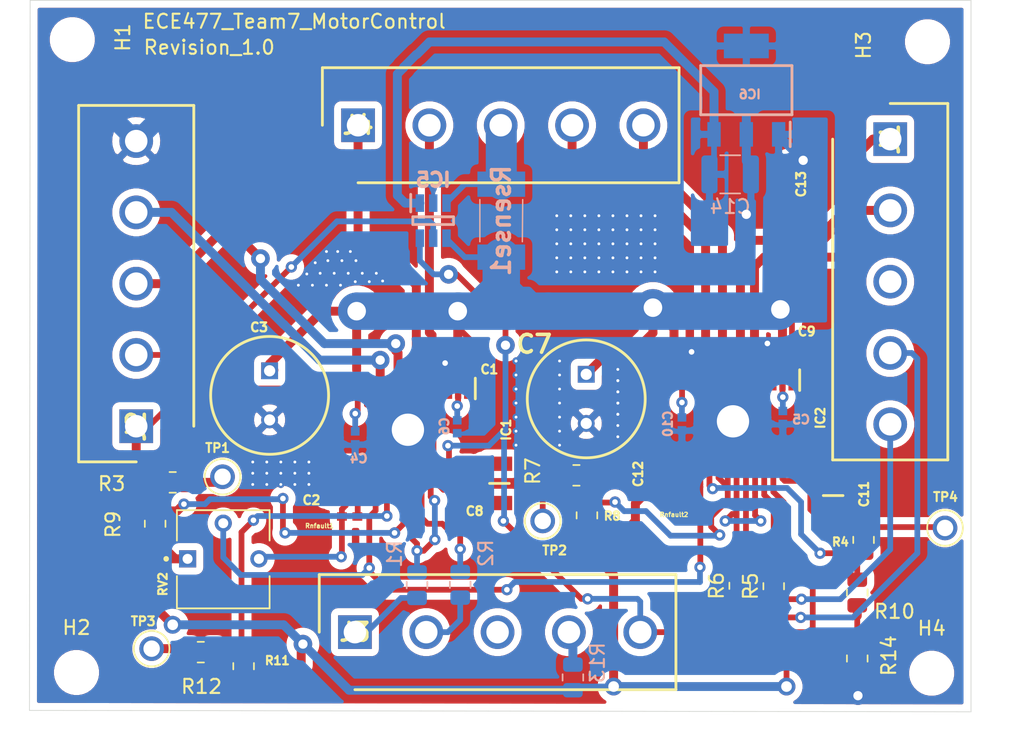
<source format=kicad_pcb>
(kicad_pcb (version 20171130) (host pcbnew "(5.1.9)-1")
  (layers (0 F.Cu signal) (31 B.Cu signal) (34 B.Paste user) (35 F.Paste user) (36 B.SilkS user) (37 F.SilkS user) (38 B.Mask user) (39 F.Mask user) (44 Edge.Cuts user))
  (net 0 "")
  (net 1 "Net-(C1-Pad1)")
  (net 2 GND)
  (net 3 GND1)
  (net 4 "Net-(C8-Pad2)")
  (net 5 "Net-(C8-Pad1)")
  (net 6 "Net-(C9-Pad1)")
  (net 7 "Net-(C11-Pad2)")
  (net 8 "Net-(C11-Pad1)")
  (net 9 "Net-(C12-Pad1)")
  (net 10 /3.3V_regulator)
  (net 11 /nsleep)
  (net 12 /PWM1)
  (net 13 /PWM2)
  (net 14 "Net-(IC1-Pad16)")
  (net 15 /M1-)
  (net 16 /M1+)
  (net 17 /PWM3)
  (net 18 /PWM4)
  (net 19 "Net-(IC2-Pad16)")
  (net 20 /M2-)
  (net 21 /M2+)
  (net 22 /M3-)
  (net 23 /M3+)
  (net 24 /M4-)
  (net 25 /M4+)
  (net 26 /Current_sense)
  (net 27 "Net-(IC1-Pad23)")
  (net 28 "Net-(IC1-Pad22)")
  (net 29 "Net-(IC2-Pad23)")
  (net 30 "Net-(IC2-Pad22)")
  (net 31 "Net-(J3-Pad3)")
  (net 32 /DVDD_IC1)
  (net 33 /Vref_IC1)
  (net 34 /12V-)
  (net 35 /12V+)
  (net 36 "Net-(J1-Pad3)")
  (net 37 "Net-(R3-Pad1)")
  (net 38 "Net-(R4-Pad1)")
  (net 39 "Net-(R7-Pad1)")
  (net 40 /IC2_Toff)
  (net 41 /IC2_Decay)
  (net 42 /IC1_Decay)
  (net 43 /IC1_Toff)
  (net 44 "Net-(R12-Pad2)")
  (net 45 /R_DGND)
  (module Capacitor_SMD:C_1210_3225Metric (layer B.Cu) (at 153.55 50.8)
    (fp_text reference C14 (at 0 2.3) (layer B.SilkS) (effects (justify mirror)))
    (fp_text value 10u)
    (pad 2 smd roundrect (at 1.475 0) (size 1.15 2.7) (layers B.Cu B.Paste B.Mask) (roundrect_rratio 0.217391) (net 3 GND1))
    (pad 1 smd roundrect (at -1.475 0) (size 1.15 2.7) (layers B.Cu B.Paste B.Mask) (roundrect_rratio 0.217391) (net 10 /3.3V_regulator))
  )
  (module Resistor_SMD:R_0805_2012Metric (layer F.Cu) (at 162.6 85.3 90)
    (fp_text reference R14 (at 0.2 2.25 90) (layer F.SilkS))
    (fp_text value 0)
    (pad 2 smd roundrect (at 0.9125 0 90) (size 1.025 1.4) (layers F.Cu F.Paste F.Mask) (roundrect_rratio 0.2439014634146341) (net 2 GND))
    (pad 1 smd roundrect (at -0.9125 0 90) (size 1.025 1.4) (layers F.Cu F.Paste F.Mask) (roundrect_rratio 0.2439014634146341) (net 3 GND1))
  )
  (module Resistor_SMD:R_0805_2012Metric (layer B.Cu) (at 142.35 86.65 90)
    (fp_text reference R13 (at 1.05 1.75 270) (layer B.SilkS) (effects (justify mirror)))
    (fp_text value 10)
    (pad 2 smd roundrect (at 0.9125 0 90) (size 1.025 1.4) (layers B.Cu B.Paste B.Mask) (roundrect_rratio 0.2439004878048781) (net 45 /R_DGND))
    (pad 1 smd roundrect (at -0.9125 0 90) (size 1.025 1.4) (layers B.Cu B.Paste B.Mask) (roundrect_rratio 0.2439004878048781) (net 2 GND))
  )
  (module Resistor_SMD:R_0805_2012Metric (layer F.Cu) (at 115.85 84.85 180)
    (fp_text reference R12 (at -0.05 -2.45) (layer F.SilkS))
    (fp_text value 2.2k)
    (pad 2 smd roundrect (at 0.9125 0 180) (size 1.025 1.4) (layers F.Cu F.Paste F.Mask) (roundrect_rratio 0.2439004878048781) (net 44 "Net-(R12-Pad2)"))
    (pad 1 smd roundrect (at -0.9125 0 180) (size 1.025 1.4) (layers F.Cu F.Paste F.Mask) (roundrect_rratio 0.2439004878048781) (net 43 /IC1_Toff))
  )
  (module Resistor_SMD:R_0805_2012Metric (layer F.Cu) (at 118.9 85.85 270)
    (fp_text reference R11 (at -0.4 -2.4 180) (layer F.SilkS) (effects (font (size 0.6 0.6))))
    (fp_text value 10k)
    (pad 2 smd roundrect (at 0.9125 0 270) (size 1.025 1.4) (layers F.Cu F.Paste F.Mask) (roundrect_rratio 0.2439004878048781) (net 2 GND))
    (pad 1 smd roundrect (at -0.9125 0 270) (size 1.025 1.4) (layers F.Cu F.Paste F.Mask) (roundrect_rratio 0.2439004878048781) (net 43 /IC1_Toff))
  )
  (module MountingHole:MountingHole_2.2mm_M2 (layer F.Cu) (at 167.9 86.35)
    (fp_text reference H4 (at 0 -3.2) (layer F.SilkS))
    (fp_text value MountingHole)
    (pad 1 np_thru_hole circle (at 0 0) (size 2.2 2.2) (drill 2.2) (layers *.Cu *.Mask))
  )
  (module MountingHole:MountingHole_2.2mm_M2 (layer F.Cu) (at 167.6 41.35)
    (fp_text reference H3 (at -4.55 0.25 90) (layer F.SilkS))
    (fp_text value MountingHole)
    (pad 1 np_thru_hole circle (at 0 0) (size 2.2 2.2) (drill 2.2) (layers *.Cu *.Mask))
  )
  (module MountingHole:MountingHole_2.2mm_M2 (layer F.Cu) (at 107 86.3)
    (fp_text reference H2 (at 0 -3.2) (layer F.SilkS))
    (fp_text value MountingHole)
    (pad 1 np_thru_hole circle (at 0 0) (size 2.2 2.2) (drill 2.2) (layers *.Cu *.Mask))
  )
  (module MountingHole:MountingHole_2.2mm_M2 (layer F.Cu) (at 106.7 41.2)
    (fp_text reference H1 (at 3.6 -0.15 90) (layer F.SilkS))
    (fp_text value MountingHole)
    (pad 1 np_thru_hole circle (at 0 0) (size 2.2 2.2) (drill 2.2) (layers *.Cu *.Mask))
  )
  (module Resistor_SMD:R_0805_2012Metric (layer F.Cu) (at 162.6 80.6 90)
    (fp_text reference R10 (at -1.35 2.65 180) (layer F.SilkS))
    (fp_text value 10k)
    (pad 2 smd roundrect (at 0.9125 0 90) (size 1.025 1.4) (layers F.Cu F.Paste F.Mask) (roundrect_rratio 0.2439004878048781) (net 40 /IC2_Toff))
    (pad 1 smd roundrect (at -0.9125 0 90) (size 1.025 1.4) (layers F.Cu F.Paste F.Mask) (roundrect_rratio 0.2439004878048781) (net 2 GND))
  )
  (module Resistor_SMD:R_0805_2012Metric (layer F.Cu) (at 112.6 75.7 270)
    (fp_text reference R9 (at 0.05 3 90) (layer F.SilkS))
    (fp_text value 10k)
    (pad 2 smd roundrect (at 0.9125 0 270) (size 1.025 1.4) (layers F.Cu F.Paste F.Mask) (roundrect_rratio 0.2439004878048781) (net 2 GND))
    (pad 1 smd roundrect (at -0.9125 0 270) (size 1.025 1.4) (layers F.Cu F.Paste F.Mask) (roundrect_rratio 0.2439004878048781) (net 42 /IC1_Decay))
  )
  (module Resistor_SMD:R_0805_2012Metric (layer F.Cu) (at 143.35 75.1 270)
    (fp_text reference R8 (at 0.05 -1.8 180) (layer F.SilkS) (effects (font (size 0.6 0.6))))
    (fp_text value 10k)
    (pad 2 smd roundrect (at 0.9125 0 270) (size 1.025 1.4) (layers F.Cu F.Paste F.Mask) (roundrect_rratio 0.2439004878048781) (net 2 GND))
    (pad 1 smd roundrect (at -0.9125 0 270) (size 1.025 1.4) (layers F.Cu F.Paste F.Mask) (roundrect_rratio 0.2439004878048781) (net 41 /IC2_Decay))
  )
  (module Resistor_SMD:R_0805_2012Metric (layer F.Cu) (at 142.6 72.25)
    (fp_text reference R7 (at -3.1 -0.3 90) (layer F.SilkS))
    (fp_text value 2.2k)
    (pad 2 smd roundrect (at 0.9125 0) (size 1.025 1.4) (layers F.Cu F.Paste F.Mask) (roundrect_rratio 0.2439004878048781) (net 41 /IC2_Decay))
    (pad 1 smd roundrect (at -0.9125 0) (size 1.025 1.4) (layers F.Cu F.Paste F.Mask) (roundrect_rratio 0.2439004878048781) (net 39 "Net-(R7-Pad1)"))
  )
  (module Resistor_SMD:R_0805_2012Metric (layer F.Cu) (at 163.05 76.85 270)
    (fp_text reference R4 (at 0.15 1.65 180) (layer F.SilkS) (effects (font (size 0.6 0.6))))
    (fp_text value 2.2k)
    (pad 2 smd roundrect (at 0.9125 0 270) (size 1.025 1.4) (layers F.Cu F.Paste F.Mask) (roundrect_rratio 0.2439004878048781) (net 40 /IC2_Toff))
    (pad 1 smd roundrect (at -0.9125 0 270) (size 1.025 1.4) (layers F.Cu F.Paste F.Mask) (roundrect_rratio 0.2439004878048781) (net 38 "Net-(R4-Pad1)"))
  )
  (module Resistor_SMD:R_0805_2012Metric (layer F.Cu) (at 113.85 72.75 180)
    (fp_text reference R3 (at 4.35 -0.1) (layer F.SilkS))
    (fp_text value 2.2k)
    (pad 2 smd roundrect (at 0.9125 0 180) (size 1.025 1.4) (layers F.Cu F.Paste F.Mask) (roundrect_rratio 0.2439004878048781) (net 42 /IC1_Decay))
    (pad 1 smd roundrect (at -0.9125 0 180) (size 1.025 1.4) (layers F.Cu F.Paste F.Mask) (roundrect_rratio 0.2439004878048781) (net 37 "Net-(R3-Pad1)"))
  )
  (module 5000_TestPoint:KEYSTONE_5000 (layer F.Cu) (at 168.85 76)
    (fp_text reference TP4 (at 0.032 -2.2064) (layer F.SilkS) (effects (font (size 0.64 0.64))))
    (fp_text value TestPoint)
    (pad 1 thru_hole circle (at 0 0) (size 1.755 1.755) (drill 1.17) (layers *.Cu *.Mask) (net 38 "Net-(R4-Pad1)"))
  )
  (module "25k potentiometer:TRIM_3362P-1-253LF" (layer F.Cu) (at 117.45 78.2)
    (fp_text reference RV2 (at -4.3 1.8 90) (layer F.SilkS) (effects (font (size 0.6 0.6))))
    (fp_text value R_POT_Small)
    (pad 1 thru_hole rect (at -2.54 0) (size 1.222 1.222) (drill 0.714) (layers *.Cu *.Mask) (net 2 GND))
    (pad 2 thru_hole circle (at 0 -2.54) (size 1.222 1.222) (drill 0.714) (layers *.Cu *.Mask) (net 33 /Vref_IC1))
    (pad 3 thru_hole circle (at 2.54 0) (size 1.222 1.222) (drill 0.714) (layers *.Cu *.Mask) (net 32 /DVDD_IC1))
  )
  (module 5000_TestPoint:KEYSTONE_5000 (layer F.Cu) (at 140.2 75.5)
    (fp_text reference TP2 (at 0.85 2.1) (layer F.SilkS) (effects (font (size 0.64 0.64))))
    (fp_text value TestPoint)
    (pad 1 thru_hole circle (at 0 0) (size 1.755 1.755) (drill 1.17) (layers *.Cu *.Mask) (net 39 "Net-(R7-Pad1)"))
  )
  (module 5000_TestPoint:KEYSTONE_5000 (layer F.Cu) (at 112.35 84.6)
    (fp_text reference TP3 (at -0.6 -1.95) (layer F.SilkS) (effects (font (size 0.64 0.64))))
    (fp_text value TestPoint)
    (pad 1 thru_hole circle (at 0 0) (size 1.755 1.755) (drill 1.17) (layers *.Cu *.Mask) (net 44 "Net-(R12-Pad2)"))
  )
  (module 5000_TestPoint:KEYSTONE_5000 (layer F.Cu) (at 117.4 72.35)
    (fp_text reference TP1 (at -0.35 -2.05) (layer F.SilkS) (effects (font (size 0.64 0.64))))
    (fp_text value TestPoint)
    (pad 1 thru_hole circle (at 0 0) (size 1.755 1.755) (drill 1.17) (layers *.Cu *.Mask) (net 37 "Net-(R3-Pad1)"))
  )
  (module HMK105B7103KVHFE:CAPC1005X55N (layer F.Cu) (at 157.3 51.4 270)
    (fp_text reference C13 (at 0.1 -1.3 270) (layer F.SilkS) (effects (font (size 0.635 0.635) (thickness 0.15875))))
    (fp_text value 0.01u hide)
    (pad 1 smd rect (at -0.46 0 270) (size 0.6 0.62) (layers F.Cu F.Paste F.Mask) (net 34 /12V-))
    (pad 2 smd rect (at 0.46 0 270) (size 0.6 0.62) (layers F.Cu F.Paste F.Mask) (net 3 GND1))
  )
  (module SamacSys_Parts:SHDR5W100P0X508_1X5_2540X820X1000P (layer F.Cu) (at 126.827 83.424)
    (fp_text reference J3 (at 0 0) (layer F.SilkS) (effects (font (size 1.27 1.27) (thickness 0.254))))
    (fp_text value TB006-508-05BE hide)
    (pad 1 thru_hole rect (at 0 0) (size 2.4 2.4) (drill 1.6) (layers *.Cu *.Mask) (net 13 /PWM2))
    (pad 2 thru_hole circle (at 5.08 0) (size 2.4 2.4) (drill 1.6) (layers *.Cu *.Mask) (net 12 /PWM1))
    (pad 3 thru_hole circle (at 10.16 0) (size 2.4 2.4) (drill 1.6) (layers *.Cu *.Mask) (net 31 "Net-(J3-Pad3)"))
    (pad 4 thru_hole circle (at 15.24 0) (size 2.4 2.4) (drill 1.6) (layers *.Cu *.Mask) (net 45 /R_DGND))
    (pad 5 thru_hole circle (at 20.32 0) (size 2.4 2.4) (drill 1.6) (layers *.Cu *.Mask) (net 11 /nsleep))
  )
  (module SamacSys_Parts:SHDR5W100P0X508_1X5_2540X820X1000P (layer F.Cu) (at 111.252 68.749 90)
    (fp_text reference J2 (at 0 0 90) (layer F.SilkS) (effects (font (size 1.27 1.27) (thickness 0.254))))
    (fp_text value TB006-508-05BE hide)
    (pad 5 thru_hole circle (at 20.32 0 90) (size 2.4 2.4) (drill 1.6) (layers *.Cu *.Mask) (net 3 GND1))
    (pad 4 thru_hole circle (at 15.24 0 90) (size 2.4 2.4) (drill 1.6) (layers *.Cu *.Mask) (net 21 /M2+))
    (pad 3 thru_hole circle (at 10.16 0 90) (size 2.4 2.4) (drill 1.6) (layers *.Cu *.Mask) (net 20 /M2-))
    (pad 2 thru_hole circle (at 5.08 0 90) (size 2.4 2.4) (drill 1.6) (layers *.Cu *.Mask) (net 26 /Current_sense))
    (pad 1 thru_hole rect (at 0 0 90) (size 2.4 2.4) (drill 1.6) (layers *.Cu *.Mask) (net 2 GND))
  )
  (module SamacSys_Parts:SHDR5W100P0X508_1X5_2540X820X1000P (layer F.Cu) (at 127.05 47.3)
    (fp_text reference J4 (at 0 0) (layer F.SilkS) (effects (font (size 1.27 1.27) (thickness 0.254))))
    (fp_text value TB006-508-05BE hide)
    (pad 5 thru_hole circle (at 20.32 0) (size 2.4 2.4) (drill 1.6) (layers *.Cu *.Mask) (net 24 /M4-))
    (pad 4 thru_hole circle (at 15.24 0) (size 2.4 2.4) (drill 1.6) (layers *.Cu *.Mask) (net 25 /M4+))
    (pad 3 thru_hole circle (at 10.16 0) (size 2.4 2.4) (drill 1.6) (layers *.Cu *.Mask) (net 35 /12V+))
    (pad 2 thru_hole circle (at 5.08 0) (size 2.4 2.4) (drill 1.6) (layers *.Cu *.Mask) (net 16 /M1+))
    (pad 1 thru_hole rect (at 0 0) (size 2.4 2.4) (drill 1.6) (layers *.Cu *.Mask) (net 15 /M1-))
  )
  (module SamacSys_Parts:SHDR5W100P0X508_1X5_2540X820X1000P (layer F.Cu) (at 164.948 48.29 270)
    (fp_text reference J1 (at 0 0 90) (layer F.SilkS) (effects (font (size 1.27 1.27) (thickness 0.254))))
    (fp_text value TB006-508-05BE hide)
    (pad 5 thru_hole circle (at 20.32 0 270) (size 2.4 2.4) (drill 1.6) (layers *.Cu *.Mask) (net 17 /PWM3))
    (pad 4 thru_hole circle (at 15.24 0 270) (size 2.4 2.4) (drill 1.6) (layers *.Cu *.Mask) (net 18 /PWM4))
    (pad 3 thru_hole circle (at 10.16 0 270) (size 2.4 2.4) (drill 1.6) (layers *.Cu *.Mask) (net 36 "Net-(J1-Pad3)"))
    (pad 2 thru_hole circle (at 5.08 0 270) (size 2.4 2.4) (drill 1.6) (layers *.Cu *.Mask) (net 23 /M3+))
    (pad 1 thru_hole rect (at 0 0 270) (size 2.4 2.4) (drill 1.6) (layers *.Cu *.Mask) (net 22 /M3-))
  )
  (module Resistor_SMD:R_0805_2012Metric (layer F.Cu) (at 154.228 80.121 90)
    (fp_text reference R6 (at 0 -1.65 90) (layer F.SilkS))
    (fp_text value 1k)
    (pad 2 smd roundrect (at 0.9125 0 90) (size 1.025 1.4) (layers F.Cu F.Paste F.Mask) (roundrect_rratio 0.2439004878048781) (net 30 "Net-(IC2-Pad22)"))
    (pad 1 smd roundrect (at -0.9125 0 90) (size 1.025 1.4) (layers F.Cu F.Paste F.Mask) (roundrect_rratio 0.2439004878048781) (net 18 /PWM4))
  )
  (module Resistor_SMD:R_0805_2012Metric (layer F.Cu) (at 156.65 80.15 90)
    (fp_text reference R5 (at 0 -1.65 90) (layer F.SilkS))
    (fp_text value 1k)
    (pad 2 smd roundrect (at 0.9125 0 90) (size 1.025 1.4) (layers F.Cu F.Paste F.Mask) (roundrect_rratio 0.2439004878048781) (net 29 "Net-(IC2-Pad23)"))
    (pad 1 smd roundrect (at -0.9125 0 90) (size 1.025 1.4) (layers F.Cu F.Paste F.Mask) (roundrect_rratio 0.2439004878048781) (net 17 /PWM3))
  )
  (module Resistor_SMD:R_0805_2012Metric (layer B.Cu) (at 131.25 80.075 90)
    (fp_text reference R2 (at 2.275 4.9 90) (layer B.SilkS) (effects (justify mirror)))
    (fp_text value 1k)
    (pad 2 smd roundrect (at 0.9125 0 90) (size 1.025 1.4) (layers B.Cu B.Paste B.Mask) (roundrect_rratio 0.2439004878048781) (net 28 "Net-(IC1-Pad22)"))
    (pad 1 smd roundrect (at -0.9125 0 90) (size 1.025 1.4) (layers B.Cu B.Paste B.Mask) (roundrect_rratio 0.2439004878048781) (net 13 /PWM2))
  )
  (module Resistor_SMD:R_0805_2012Metric (layer B.Cu) (at 134.325 80.05 90)
    (fp_text reference R1 (at 2.2 -4.675 270) (layer B.SilkS) (effects (justify mirror)))
    (fp_text value 1k)
    (pad 2 smd roundrect (at 0.9125 0 90) (size 1.025 1.4) (layers B.Cu B.Paste B.Mask) (roundrect_rratio 0.2439004878048781) (net 27 "Net-(IC1-Pad23)"))
    (pad 1 smd roundrect (at -0.9125 0 90) (size 1.025 1.4) (layers B.Cu B.Paste B.Mask) (roundrect_rratio 0.2439004878048781) (net 12 /PWM1))
  )
  (module SamacSys_Parts:SOT230P700X180-4N (layer B.Cu) (at 154.7 44.8 90)
    (fp_text reference IC6 (at -0.3 0.25) (layer B.SilkS) (effects (font (size 0.635 0.635) (thickness 0.15875)) (justify mirror)))
    (fp_text value TPS7B8333QDCYRQ1 hide)
    (pad 4 smd rect (at 3.15 0 90) (size 1.75 3.2) (layers B.Cu B.Paste B.Mask) (net 3 GND1))
    (pad 3 smd rect (at -3.15 -2.3) (size 0.95 1.75) (layers B.Cu B.Paste B.Mask) (net 10 /3.3V_regulator))
    (pad 2 smd rect (at -3.15 0) (size 0.95 1.75) (layers B.Cu B.Paste B.Mask) (net 3 GND1))
    (pad 1 smd rect (at -3.15 2.3) (size 0.95 1.75) (layers B.Cu B.Paste B.Mask) (net 34 /12V-))
  )
  (module CSS2H-2512R-L300F:CSS2H2512RL300F (layer B.Cu) (at 137.25 54.1 270)
    (fp_text reference Rsense1 (at 0 0 270) (layer B.SilkS) (effects (font (size 1.27 1.27) (thickness 0.254)) (justify mirror)))
    (fp_text value CSS2H-2512R-L300F hide)
    (pad 2 smd rect (at 2.6 0 270) (size 1.8 3.4) (layers B.Cu B.Paste B.Mask) (net 34 /12V-))
    (pad 1 smd rect (at -2.6 0 270) (size 1.8 3.4) (layers B.Cu B.Paste B.Mask) (net 35 /12V+))
  )
  (module MAX44284FAUT+T:SOT95P280X145-6N (layer B.Cu) (at 132.4 54.1 270)
    (fp_text reference IC5 (at -2.9 0) (layer B.SilkS) (effects (font (thickness 0.25)) (justify mirror)))
    (fp_text value MAX44284FAUT+T hide)
    (pad 1 smd rect (at -1.25 0.95 180) (size 0.6 1.25) (layers B.Cu B.Paste B.Mask) (net 10 /3.3V_regulator))
    (pad 2 smd rect (at -1.25 0 180) (size 0.6 1.25) (layers B.Cu B.Paste B.Mask) (net 3 GND1))
    (pad 3 smd rect (at -1.25 -0.95 180) (size 0.6 1.25) (layers B.Cu B.Paste B.Mask) (net 35 /12V+))
    (pad 4 smd rect (at 1.25 -0.95 180) (size 0.6 1.25) (layers B.Cu B.Paste B.Mask) (net 34 /12V-))
    (pad 5 smd rect (at 1.25 0 180) (size 0.6 1.25) (layers B.Cu B.Paste B.Mask) (net 26 /Current_sense))
    (pad 6 smd rect (at 1.25 0.95 180) (size 0.6 1.25) (layers B.Cu B.Paste B.Mask) (net 11 /nsleep))
  )
  (module HMK105B7103KVHFE:CAPC1005X55N (layer B.Cu) (at 157.3 68.125 270)
    (fp_text reference C5 (at 0.15 -1.3) (layer B.SilkS) (effects (font (size 0.635 0.635) (thickness 0.15875)) (justify mirror)))
    (fp_text value 0.01u hide)
    (pad 2 smd rect (at 0.46 0 270) (size 0.6 0.62) (layers B.Cu B.Paste B.Mask) (net 3 GND1))
    (pad 1 smd rect (at -0.46 0 270) (size 0.6 0.62) (layers B.Cu B.Paste B.Mask) (net 34 /12V-))
  )
  (module MCS04020D4701BE000:RESC1005X37N (layer F.Cu) (at 149.564 74.293)
    (fp_text reference Rnfault2 (at -0.014 0.757) (layer F.SilkS) (effects (font (size 0.3175 0.3175) (thickness 0.079375))))
    (fp_text value 4.7k hide)
    (pad 2 smd rect (at 0.55 0 90) (size 0.6 0.7) (layers F.Cu F.Paste F.Mask) (net 19 "Net-(IC2-Pad16)"))
    (pad 1 smd rect (at -0.55 0 90) (size 0.6 0.7) (layers F.Cu F.Paste F.Mask) (net 9 "Net-(C12-Pad1)"))
  )
  (module MCS04020D4701BE000:RESC1005X37N (layer F.Cu) (at 126.45 75.184)
    (fp_text reference Rnfault1 (at -2.15 0.666 -180) (layer F.SilkS) (effects (font (size 0.3175 0.3175) (thickness 0.079375))))
    (fp_text value 4.7k hide)
    (pad 2 smd rect (at 0.55 0 90) (size 0.6 0.7) (layers F.Cu F.Paste F.Mask) (net 14 "Net-(IC1-Pad16)"))
    (pad 1 smd rect (at -0.55 0 90) (size 0.6 0.7) (layers F.Cu F.Paste F.Mask) (net 32 /DVDD_IC1))
  )
  (module DRV8424PPWPR:SOP65P640X120-29N (layer F.Cu) (at 153.7 68.4 270)
    (fp_text reference IC2 (at -0.238 -6.275 90) (layer F.SilkS) (effects (font (size 0.635 0.635) (thickness 0.15875))))
    (fp_text value DRV8424PPWPR hide)
    (pad 29 smd rect (at 0 0 270) (size 3.1 4.05) (layers F.Cu F.Paste F.Mask) (net 3 GND1))
    (pad 28 smd rect (at 2.938 -4.225) (size 0.45 1.475) (layers F.Cu F.Paste F.Mask) (net 7 "Net-(C11-Pad2)"))
    (pad 27 smd rect (at 2.938 -3.575) (size 0.45 1.475) (layers F.Cu F.Paste F.Mask) (net 8 "Net-(C11-Pad1)"))
    (pad 26 smd rect (at 2.938 -2.925) (size 0.45 1.475) (layers F.Cu F.Paste F.Mask) (net 11 /nsleep))
    (pad 25 smd rect (at 2.938 -2.275) (size 0.45 1.475) (layers F.Cu F.Paste F.Mask) (net 29 "Net-(IC2-Pad23)"))
    (pad 24 smd rect (at 2.938 -1.625) (size 0.45 1.475) (layers F.Cu F.Paste F.Mask) (net 30 "Net-(IC2-Pad22)"))
    (pad 23 smd rect (at 2.938 -0.975) (size 0.45 1.475) (layers F.Cu F.Paste F.Mask) (net 29 "Net-(IC2-Pad23)"))
    (pad 22 smd rect (at 2.938 -0.325) (size 0.45 1.475) (layers F.Cu F.Paste F.Mask) (net 30 "Net-(IC2-Pad22)"))
    (pad 21 smd rect (at 2.938 0.325) (size 0.45 1.475) (layers F.Cu F.Paste F.Mask) (net 41 /IC2_Decay))
    (pad 20 smd rect (at 2.938 0.975) (size 0.45 1.475) (layers F.Cu F.Paste F.Mask) (net 41 /IC2_Decay))
    (pad 19 smd rect (at 2.938 1.625) (size 0.45 1.475) (layers F.Cu F.Paste F.Mask) (net 40 /IC2_Toff))
    (pad 18 smd rect (at 2.938 2.275) (size 0.45 1.475) (layers F.Cu F.Paste F.Mask) (net 33 /Vref_IC1))
    (pad 17 smd rect (at 2.938 2.925) (size 0.45 1.475) (layers F.Cu F.Paste F.Mask) (net 33 /Vref_IC1))
    (pad 16 smd rect (at 2.938 3.575) (size 0.45 1.475) (layers F.Cu F.Paste F.Mask) (net 19 "Net-(IC2-Pad16)"))
    (pad 15 smd rect (at 2.938 4.225) (size 0.45 1.475) (layers F.Cu F.Paste F.Mask) (net 9 "Net-(C12-Pad1)"))
    (pad 14 smd rect (at -2.938 4.225) (size 0.45 1.475) (layers F.Cu F.Paste F.Mask) (net 2 GND))
    (pad 13 smd rect (at -2.938 3.575) (size 0.45 1.475) (layers F.Cu F.Paste F.Mask) (net 34 /12V-))
    (pad 12 smd rect (at -2.938 2.925) (size 0.45 1.475) (layers F.Cu F.Paste F.Mask) (net 3 GND1))
    (pad 11 smd rect (at -2.938 2.275) (size 0.45 1.475) (layers F.Cu F.Paste F.Mask) (net 25 /M4+))
    (pad 10 smd rect (at -2.938 1.625) (size 0.45 1.475) (layers F.Cu F.Paste F.Mask) (net 25 /M4+))
    (pad 9 smd rect (at -2.938 0.975) (size 0.45 1.475) (layers F.Cu F.Paste F.Mask) (net 24 /M4-))
    (pad 8 smd rect (at -2.938 0.325) (size 0.45 1.475) (layers F.Cu F.Paste F.Mask) (net 24 /M4-))
    (pad 7 smd rect (at -2.938 -0.325) (size 0.45 1.475) (layers F.Cu F.Paste F.Mask) (net 22 /M3-))
    (pad 6 smd rect (at -2.938 -0.975) (size 0.45 1.475) (layers F.Cu F.Paste F.Mask) (net 22 /M3-))
    (pad 5 smd rect (at -2.938 -1.625) (size 0.45 1.475) (layers F.Cu F.Paste F.Mask) (net 23 /M3+))
    (pad 4 smd rect (at -2.938 -2.275) (size 0.45 1.475) (layers F.Cu F.Paste F.Mask) (net 23 /M3+))
    (pad 3 smd rect (at -2.938 -2.925) (size 0.45 1.475) (layers F.Cu F.Paste F.Mask) (net 3 GND1))
    (pad 2 smd rect (at -2.938 -3.575) (size 0.45 1.475) (layers F.Cu F.Paste F.Mask) (net 34 /12V-))
    (pad 1 smd rect (at -2.938 -4.225) (size 0.45 1.475) (layers F.Cu F.Paste F.Mask) (net 6 "Net-(C9-Pad1)"))
  )
  (module DRV8424PPWPR:SOP65P640X120-29N (layer F.Cu) (at 130.6 69 270)
    (fp_text reference IC1 (at 0 -7 90) (layer F.SilkS) (effects (font (size 0.635 0.635) (thickness 0.15875))))
    (fp_text value DRV8424PPWPR hide)
    (pad 29 smd rect (at 0 0 270) (size 3.1 4.05) (layers F.Cu F.Paste F.Mask) (net 3 GND1))
    (pad 28 smd rect (at 2.938 -4.225) (size 0.45 1.475) (layers F.Cu F.Paste F.Mask) (net 4 "Net-(C8-Pad2)"))
    (pad 27 smd rect (at 2.938 -3.575) (size 0.45 1.475) (layers F.Cu F.Paste F.Mask) (net 5 "Net-(C8-Pad1)"))
    (pad 26 smd rect (at 2.938 -2.925) (size 0.45 1.475) (layers F.Cu F.Paste F.Mask) (net 11 /nsleep))
    (pad 25 smd rect (at 2.938 -2.275) (size 0.45 1.475) (layers F.Cu F.Paste F.Mask) (net 27 "Net-(IC1-Pad23)"))
    (pad 24 smd rect (at 2.938 -1.625) (size 0.45 1.475) (layers F.Cu F.Paste F.Mask) (net 28 "Net-(IC1-Pad22)"))
    (pad 23 smd rect (at 2.938 -0.975) (size 0.45 1.475) (layers F.Cu F.Paste F.Mask) (net 27 "Net-(IC1-Pad23)"))
    (pad 22 smd rect (at 2.938 -0.325) (size 0.45 1.475) (layers F.Cu F.Paste F.Mask) (net 28 "Net-(IC1-Pad22)"))
    (pad 21 smd rect (at 2.938 0.325) (size 0.45 1.475) (layers F.Cu F.Paste F.Mask) (net 42 /IC1_Decay))
    (pad 20 smd rect (at 2.938 0.975) (size 0.45 1.475) (layers F.Cu F.Paste F.Mask) (net 42 /IC1_Decay))
    (pad 19 smd rect (at 2.938 1.625) (size 0.45 1.475) (layers F.Cu F.Paste F.Mask) (net 43 /IC1_Toff))
    (pad 18 smd rect (at 2.938 2.275) (size 0.45 1.475) (layers F.Cu F.Paste F.Mask) (net 33 /Vref_IC1))
    (pad 17 smd rect (at 2.938 2.925) (size 0.45 1.475) (layers F.Cu F.Paste F.Mask) (net 33 /Vref_IC1))
    (pad 16 smd rect (at 2.938 3.575) (size 0.45 1.475) (layers F.Cu F.Paste F.Mask) (net 14 "Net-(IC1-Pad16)"))
    (pad 15 smd rect (at 2.938 4.225) (size 0.45 1.475) (layers F.Cu F.Paste F.Mask) (net 32 /DVDD_IC1))
    (pad 14 smd rect (at -2.938 4.225) (size 0.45 1.475) (layers F.Cu F.Paste F.Mask) (net 2 GND))
    (pad 13 smd rect (at -2.938 3.575) (size 0.45 1.475) (layers F.Cu F.Paste F.Mask) (net 34 /12V-))
    (pad 12 smd rect (at -2.938 2.925) (size 0.45 1.475) (layers F.Cu F.Paste F.Mask) (net 3 GND1))
    (pad 11 smd rect (at -2.938 2.275) (size 0.45 1.475) (layers F.Cu F.Paste F.Mask) (net 21 /M2+))
    (pad 10 smd rect (at -2.938 1.625) (size 0.45 1.475) (layers F.Cu F.Paste F.Mask) (net 21 /M2+))
    (pad 9 smd rect (at -2.938 0.975) (size 0.45 1.475) (layers F.Cu F.Paste F.Mask) (net 20 /M2-))
    (pad 8 smd rect (at -2.938 0.325) (size 0.45 1.475) (layers F.Cu F.Paste F.Mask) (net 20 /M2-))
    (pad 7 smd rect (at -2.938 -0.325) (size 0.45 1.475) (layers F.Cu F.Paste F.Mask) (net 15 /M1-))
    (pad 6 smd rect (at -2.938 -0.975) (size 0.45 1.475) (layers F.Cu F.Paste F.Mask) (net 15 /M1-))
    (pad 5 smd rect (at -2.938 -1.625) (size 0.45 1.475) (layers F.Cu F.Paste F.Mask) (net 16 /M1+))
    (pad 4 smd rect (at -2.938 -2.275) (size 0.45 1.475) (layers F.Cu F.Paste F.Mask) (net 16 /M1+))
    (pad 3 smd rect (at -2.938 -2.925) (size 0.45 1.475) (layers F.Cu F.Paste F.Mask) (net 3 GND1))
    (pad 2 smd rect (at -2.938 -3.575) (size 0.45 1.475) (layers F.Cu F.Paste F.Mask) (net 34 /12V-))
    (pad 1 smd rect (at -2.938 -4.225) (size 0.45 1.475) (layers F.Cu F.Paste F.Mask) (net 1 "Net-(C1-Pad1)"))
  )
  (module C0402C474K9RACTU:CAPC1005X55N (layer F.Cu) (at 148.59 72.898 180)
    (fp_text reference C12 (at 1.59 0.748 270) (layer F.SilkS) (effects (font (size 0.635 0.635) (thickness 0.15875))))
    (fp_text value 0.47u hide)
    (pad 2 smd rect (at 0.44 0 270) (size 0.62 0.65) (layers F.Cu F.Paste F.Mask) (net 2 GND))
    (pad 1 smd rect (at -0.44 0 270) (size 0.62 0.65) (layers F.Cu F.Paste F.Mask) (net 9 "Net-(C12-Pad1)"))
  )
  (module C1206C223KMRECTU:CAPC3216X88N (layer F.Cu) (at 160.884 73.69 90)
    (fp_text reference C11 (at 0.1 2.2 270) (layer F.SilkS) (effects (font (size 0.635 0.635) (thickness 0.15875))))
    (fp_text value 0.022u hide)
    (pad 2 smd rect (at 1.4 0 90) (size 1.02 1.82) (layers F.Cu F.Paste F.Mask) (net 7 "Net-(C11-Pad2)"))
    (pad 1 smd rect (at -1.4 0 90) (size 1.02 1.82) (layers F.Cu F.Paste F.Mask) (net 8 "Net-(C11-Pad1)"))
  )
  (module HMK105B7103KVHFE:CAPC1005X55N (layer B.Cu) (at 150.114 68.58 270)
    (fp_text reference C10 (at 0 1 90) (layer B.SilkS) (effects (font (size 0.635 0.635) (thickness 0.15875)) (justify mirror)))
    (fp_text value 0.01u hide)
    (pad 2 smd rect (at 0.46 0 270) (size 0.6 0.62) (layers B.Cu B.Paste B.Mask) (net 3 GND1))
    (pad 1 smd rect (at -0.46 0 270) (size 0.6 0.62) (layers B.Cu B.Paste B.Mask) (net 34 /12V-))
  )
  (module C0402C224M4RACTU:CAPC1005X55N (layer F.Cu) (at 158.9 63.35 270)
    (fp_text reference C9 (at -1.35 -0.1 180) (layer F.SilkS) (effects (font (size 0.635 0.635) (thickness 0.15875))))
    (fp_text value 0.22u hide)
    (pad 2 smd rect (at 0.44 0) (size 0.62 0.65) (layers F.Cu F.Paste F.Mask) (net 34 /12V-))
    (pad 1 smd rect (at -0.44 0) (size 0.62 0.65) (layers F.Cu F.Paste F.Mask) (net 6 "Net-(C9-Pad1)"))
  )
  (module C1206C223KMRECTU:CAPC3216X88N (layer F.Cu) (at 137.116 72.824 90)
    (fp_text reference C8 (at -1.976 -1.766) (layer F.SilkS) (effects (font (size 0.635 0.635) (thickness 0.15875))))
    (fp_text value 0.022u hide)
    (pad 2 smd rect (at 1.4 0 90) (size 1.02 1.82) (layers F.Cu F.Paste F.Mask) (net 4 "Net-(C8-Pad2)"))
    (pad 1 smd rect (at -1.4 0 90) (size 1.02 1.82) (layers F.Cu F.Paste F.Mask) (net 5 "Net-(C8-Pad1)"))
  )
  (module SamacSys_Parts:CAPPRD350W60D840H1350 (layer F.Cu) (at 143.3 65.05 270)
    (fp_text reference C7 (at -2.15 3.7 180) (layer F.SilkS) (effects (font (size 1.27 1.27) (thickness 0.254))))
    (fp_text value 100u hide)
    (pad 2 thru_hole circle (at 3.5 0 270) (size 1.2 1.2) (drill 0.8) (layers *.Cu *.Mask) (net 3 GND1))
    (pad 1 thru_hole rect (at 0 0 270) (size 1.2 1.2) (drill 0.8) (layers *.Cu *.Mask) (net 34 /12V-))
  )
  (module HMK105B7103KVHFE:CAPC1005X55N (layer B.Cu) (at 134.112 68.786 270)
    (fp_text reference C6 (at -0.036 0.912 90) (layer B.SilkS) (effects (font (size 0.635 0.635) (thickness 0.15875)) (justify mirror)))
    (fp_text value 0.01u hide)
    (pad 2 smd rect (at 0.46 0 270) (size 0.6 0.62) (layers B.Cu B.Paste B.Mask) (net 3 GND1))
    (pad 1 smd rect (at -0.46 0 270) (size 0.6 0.62) (layers B.Cu B.Paste B.Mask) (net 34 /12V-))
  )
  (module HMK105B7103KVHFE:CAPC1005X55N (layer B.Cu) (at 126.848 69.578 270)
    (fp_text reference C4 (at 1.472 -0.252 180) (layer B.SilkS) (effects (font (size 0.635 0.635) (thickness 0.15875)) (justify mirror)))
    (fp_text value 0.01u hide)
    (pad 2 smd rect (at 0.46 0 270) (size 0.6 0.62) (layers B.Cu B.Paste B.Mask) (net 3 GND1))
    (pad 1 smd rect (at -0.46 0 270) (size 0.6 0.62) (layers B.Cu B.Paste B.Mask) (net 34 /12V-))
  )
  (module SamacSys_Parts:CAPPRD350W60D840H1350 (layer F.Cu) (at 120.752 64.8 270)
    (fp_text reference C3 (at -3.1 0.752 180) (layer F.SilkS) (effects (font (size 0.635 0.635) (thickness 0.15875))))
    (fp_text value 100u hide)
    (pad 2 thru_hole circle (at 3.5 0 270) (size 1.2 1.2) (drill 0.8) (layers *.Cu *.Mask) (net 3 GND1))
    (pad 1 thru_hole rect (at 0 0 270) (size 1.2 1.2) (drill 0.8) (layers *.Cu *.Mask) (net 34 /12V-))
  )
  (module C0402C474K9RACTU:CAPC1005X55N (layer F.Cu) (at 125.73 73.914 180)
    (fp_text reference C2 (at 2 -0.1) (layer F.SilkS) (effects (font (size 0.635 0.635) (thickness 0.15875))))
    (fp_text value 0.47u hide)
    (pad 2 smd rect (at 0.44 0 270) (size 0.62 0.65) (layers F.Cu F.Paste F.Mask) (net 2 GND))
    (pad 1 smd rect (at -0.44 0 270) (size 0.62 0.65) (layers F.Cu F.Paste F.Mask) (net 32 /DVDD_IC1))
  )
  (module C0402C224M4RACTU:CAPC1005X55N (layer F.Cu) (at 135.89 63.246 90)
    (fp_text reference C1 (at -1.454 0.51 180) (layer F.SilkS) (effects (font (size 0.635 0.635) (thickness 0.15875))))
    (fp_text value 0.22u hide)
    (pad 2 smd rect (at 0.44 0 180) (size 0.62 0.65) (layers F.Cu F.Paste F.Mask) (net 34 /12V-))
    (pad 1 smd rect (at -0.44 0 180) (size 0.62 0.65) (layers F.Cu F.Paste F.Mask) (net 1 "Net-(C1-Pad1)"))
  )
  (gr_text Revision_1.0 (at 116.45 41.75) (layer F.SilkS) (effects (font (size 1 1))))
  (gr_text ECE477_Team7_MotorControl (at 122.5 39.9) (layer F.SilkS) (effects (font (size 1 1))))
  (gr_line (start 103.65 89) (end 103.7 38.4) (layer Edge.Cuts) (width 0.05))
  (gr_line (start 170.7 89.1) (end 103.65 89) (layer Edge.Cuts) (width 0.05))
  (gr_line (start 170.7 38.4) (end 170.7 89.1) (layer Edge.Cuts) (width 0.05))
  (gr_line (start 103.7 38.4) (end 170.7 38.4) (layer Edge.Cuts) (width 0.05))
  (segment (start 134.8 66.037) (end 134.825 66.062) (width 0.25) (layer F.Cu) (net 1))
  (segment (start 135.89 63.686) (end 135.196 63.686) (width 0.40894) (layer F.Cu) (net 1))
  (segment (start 134.825 64.057) (end 134.825 66.062) (width 0.40894) (layer F.Cu) (net 1))
  (segment (start 135.196 63.686) (end 134.825 64.057) (width 0.40894) (layer F.Cu) (net 1))
  (segment (start 125.154 74.05) (end 125.29 73.914) (width 0.40894) (layer F.Cu) (net 2))
  (segment (start 114.91 78.46) (end 114.91 78.2) (width 0.40894) (layer F.Cu) (net 2))
  (segment (start 125.29 73.914) (end 125.114 73.914) (width 0.40894) (layer F.Cu) (net 2))
  (segment (start 125.29 73.914) (end 125.164 73.914) (width 0.40894) (layer F.Cu) (net 2))
  (segment (start 149.475 65.462) (end 148.062 65.462) (width 0.40894) (layer F.Cu) (net 2))
  (segment (start 111.252 75.652) (end 111.252 77.298) (width 0.635) (layer F.Cu) (net 2))
  (segment (start 111.252 68.749) (end 111.252 75.652) (width 0.635) (layer F.Cu) (net 2))
  (segment (start 111.252 75.652) (end 111.252 77.062426) (width 0.635) (layer F.Cu) (net 2))
  (segment (start 111.252 68.749) (end 112.151 68.749) (width 0.40894) (layer F.Cu) (net 2))
  (segment (start 112.151 68.749) (end 114.838 66.062) (width 0.40894) (layer F.Cu) (net 2))
  (segment (start 125.29 73.914) (end 124.686 73.914) (width 0.40894) (layer F.Cu) (net 2))
  (segment (start 124.686 73.914) (end 124.5 73.728) (width 0.40894) (layer F.Cu) (net 2))
  (segment (start 124.5 67.074) (end 125.512 66.062) (width 0.40894) (layer F.Cu) (net 2))
  (segment (start 124.5 73.728) (end 124.5 67.074) (width 0.40894) (layer F.Cu) (net 2))
  (segment (start 125.512 66.062) (end 126.375 66.062) (width 0.40894) (layer F.Cu) (net 2))
  (segment (start 114.838 66.062) (end 125.512 66.062) (width 0.40894) (layer F.Cu) (net 2))
  (segment (start 112.389574 78.2) (end 114.91 78.2) (width 0.635) (layer F.Cu) (net 2))
  (segment (start 111.252 77.062426) (end 112.389574 78.2) (width 0.635) (layer F.Cu) (net 2))
  (segment (start 111.252 80.302) (end 113.85 82.9) (width 0.635) (layer F.Cu) (net 2))
  (segment (start 111.252 77.062426) (end 111.252 80.302) (width 0.635) (layer F.Cu) (net 2))
  (segment (start 113.85 82.9) (end 113.85 82.9) (width 0.635) (layer F.Cu) (net 2))
  (via (at 113.85 82.9) (size 1.27) (drill 0.762) (layers F.Cu B.Cu) (net 2))
  (segment (start 162.6 81.5125) (end 162.6 82.2625) (width 0.635) (layer F.Cu) (net 2))
  (segment (start 157.5625 87.3) (end 157.5625 87.3) (width 0.635) (layer F.Cu) (net 2))
  (via (at 157.5625 87.3) (size 1.27) (drill 0.762) (layers F.Cu B.Cu) (net 2))
  (segment (start 143.35 76.0125) (end 146.2875 76.0125) (width 0.635) (layer F.Cu) (net 2))
  (segment (start 146.2875 76.0125) (end 146.8 75.5) (width 0.635) (layer F.Cu) (net 2))
  (segment (start 146.8 74.248) (end 148.15 72.898) (width 0.635) (layer F.Cu) (net 2))
  (segment (start 146.8 75.5) (end 146.8 74.248) (width 0.635) (layer F.Cu) (net 2))
  (segment (start 148.062 72.81) (end 148.15 72.898) (width 0.635) (layer F.Cu) (net 2))
  (segment (start 148.062 65.462) (end 148.062 72.81) (width 0.635) (layer F.Cu) (net 2))
  (segment (start 143.35 76.0125) (end 143.35 77.45) (width 0.635) (layer F.Cu) (net 2))
  (via (at 145.25 87.3) (size 1.27) (drill 0.762) (layers F.Cu B.Cu) (net 2))
  (segment (start 145.25 79.35) (end 145.25 87.3) (width 0.635) (layer F.Cu) (net 2))
  (segment (start 143.35 77.45) (end 145.25 79.35) (width 0.635) (layer F.Cu) (net 2))
  (segment (start 157.5625 87.3) (end 145.25 87.3) (width 0.635) (layer B.Cu) (net 2))
  (segment (start 162.6 82.2625) (end 162.6 84.3875) (width 0.40894) (layer F.Cu) (net 2))
  (segment (start 157.5625 87.3) (end 157.5625 86.0375) (width 0.40894) (layer F.Cu) (net 2))
  (segment (start 159.2125 84.3875) (end 162.6 84.3875) (width 0.40894) (layer F.Cu) (net 2))
  (segment (start 157.5625 86.0375) (end 159.2125 84.3875) (width 0.40894) (layer F.Cu) (net 2))
  (segment (start 114.1875 78.2) (end 112.6 76.6125) (width 0.40894) (layer F.Cu) (net 2))
  (segment (start 114.91 78.2) (end 114.1875 78.2) (width 0.40894) (layer F.Cu) (net 2))
  (segment (start 142.35 87.5625) (end 126.4125 87.5625) (width 0.635) (layer B.Cu) (net 2))
  (segment (start 121.75 82.9) (end 113.85 82.9) (width 0.635) (layer B.Cu) (net 2))
  (segment (start 118.9 86.7625) (end 121.9875 86.7625) (width 0.635) (layer F.Cu) (net 2))
  (segment (start 121.9875 86.7625) (end 123 85.75) (width 0.635) (layer F.Cu) (net 2))
  (via (at 123.125 84.275) (size 1.3208) (drill 0.6604) (layers F.Cu B.Cu) (net 2))
  (segment (start 123 84.4) (end 123.125 84.275) (width 0.635) (layer F.Cu) (net 2))
  (segment (start 123 85.75) (end 123 84.4) (width 0.635) (layer F.Cu) (net 2))
  (segment (start 123.125 84.275) (end 121.75 82.9) (width 0.635) (layer B.Cu) (net 2))
  (segment (start 126.4125 87.5625) (end 123.125 84.275) (width 0.635) (layer B.Cu) (net 2))
  (segment (start 142.6125 87.3) (end 142.35 87.5625) (width 0.40894) (layer B.Cu) (net 2))
  (segment (start 145.25 87.3) (end 142.6125 87.3) (width 0.40894) (layer B.Cu) (net 2))
  (via (at 162.65 87.95) (size 1.3208) (drill 0.6604) (layers F.Cu B.Cu) (net 3))
  (segment (start 156.625 64.265618) (end 156.2 63.840618) (width 0.40894) (layer F.Cu) (net 3))
  (segment (start 156.625 65.462) (end 156.625 64.265618) (width 0.40894) (layer F.Cu) (net 3))
  (segment (start 156.2 63.840618) (end 156.2 62.85) (width 0.40894) (layer F.Cu) (net 3))
  (segment (start 156.2 62.85) (end 156.2 62.85) (width 0.40894) (layer F.Cu) (net 3))
  (via (at 156.2 62.85) (size 0.8) (drill 0.4) (layers F.Cu B.Cu) (net 3))
  (via (at 150.8 63.45) (size 0.8) (drill 0.4) (layers F.Cu B.Cu) (net 3))
  (segment (start 150.775 63.475) (end 150.8 63.45) (width 0.40894) (layer F.Cu) (net 3))
  (segment (start 150.775 65.462) (end 150.775 63.475) (width 0.40894) (layer F.Cu) (net 3))
  (segment (start 153.7 68.4) (end 153.7 68.4) (width 0.40894) (layer F.Cu) (net 3))
  (segment (start 153.825 68.525) (end 153.825 68.525) (width 0.40894) (layer F.Cu) (net 3))
  (segment (start 153.825 68.625) (end 153.825 68.525) (width 0.40894) (layer F.Cu) (net 3))
  (segment (start 129.46656 69) (end 129.8 69) (width 0.40894) (layer F.Cu) (net 3))
  (segment (start 150.114 69.04) (end 150.985 69.04) (width 0.40894) (layer B.Cu) (net 3))
  (segment (start 126.848 70.038) (end 127.887 70.038) (width 0.40894) (layer B.Cu) (net 3))
  (via (at 154.7 53.65) (size 1.3208) (drill 0.6604) (layers F.Cu B.Cu) (net 3))
  (via (at 133.25 64.25) (size 0.8) (drill 0.4) (layers F.Cu B.Cu) (net 3))
  (segment (start 133.525 64.525) (end 133.25 64.25) (width 0.40894) (layer F.Cu) (net 3))
  (segment (start 133.525 66.062) (end 133.525 64.525) (width 0.40894) (layer F.Cu) (net 3))
  (segment (start 153.825 68.525) (end 153.7 68.4) (width 0.40894) (layer F.Cu) (net 3))
  (segment (start 154.65 68.4) (end 155.15 68.4) (width 0.40894) (layer F.Cu) (net 3))
  (segment (start 127.675 66.062) (end 127.675 67.20844) (width 0.40894) (layer F.Cu) (net 3))
  (segment (start 128.80844 67.20844) (end 130.6 69) (width 0.40894) (layer F.Cu) (net 3))
  (segment (start 127.675 67.20844) (end 128.80844 67.20844) (width 0.40894) (layer F.Cu) (net 3))
  (segment (start 129.8 69) (end 130.6 69) (width 0.40894) (layer F.Cu) (net 3))
  (segment (start 130.6 69) (end 130.6 69) (width 0.40894) (layer F.Cu) (net 3))
  (segment (start 162.65 86.2625) (end 162.6 86.2125) (width 0.635) (layer F.Cu) (net 3))
  (segment (start 162.65 87.95) (end 162.65 86.2625) (width 0.635) (layer F.Cu) (net 3))
  (segment (start 130.6 69) (end 130.6 69) (width 0.40894) (layer F.Cu) (net 3))
  (segment (start 130.6 69) (end 130.6 69) (width 0.40894) (layer F.Cu) (net 3))
  (segment (start 111.252 48.429) (end 113.431 46.25) (width 1.3208) (layer B.Cu) (net 3))
  (segment (start 111.252 48.429) (end 109.573 46.75) (width 1.3208) (layer B.Cu) (net 3))
  (segment (start 154.7 47.95) (end 154.7 45.8) (width 0.635) (layer B.Cu) (net 3))
  (segment (start 154.7 47.95) (end 154.7 49.85) (width 0.635) (layer B.Cu) (net 3))
  (segment (start 157.3 68.585) (end 158.285 68.585) (width 0.40894) (layer B.Cu) (net 3))
  (segment (start 130.6 69.45) (end 130.6 69.05) (width 0.635) (layer F.Cu) (net 3))
  (segment (start 153.7 68.4) (end 153.75 68.4) (width 0.40894) (layer F.Cu) (net 3))
  (segment (start 153.75 68.4) (end 154.65 68.4) (width 0.40894) (layer F.Cu) (net 3))
  (segment (start 130.6 69.05) (end 130.6 69) (width 0.635) (layer F.Cu) (net 3))
  (segment (start 130.6 69) (end 130.6 69) (width 0.40894) (layer F.Cu) (net 3))
  (via (at 130.6 69) (size 2.5) (drill 2.3) (layers F.Cu B.Cu) (net 3))
  (segment (start 153.75 68.4) (end 153.75 68.4) (width 0.40894) (layer F.Cu) (net 3))
  (via (at 153.75 68.4) (size 2.5) (drill 2.3) (layers F.Cu B.Cu) (net 3))
  (via (at 141.2 53.75) (size 0.508) (drill 0.2032) (layers F.Cu B.Cu) (net 3))
  (via (at 142.2 53.75) (size 0.508) (drill 0.2032) (layers F.Cu B.Cu) (net 3))
  (via (at 143.2 53.75) (size 0.508) (drill 0.2032) (layers F.Cu B.Cu) (net 3))
  (via (at 144.2 53.75) (size 0.508) (drill 0.2032) (layers F.Cu B.Cu) (net 3))
  (via (at 145.2 53.75) (size 0.508) (drill 0.2032) (layers F.Cu B.Cu) (net 3))
  (via (at 146.2 53.75) (size 0.508) (drill 0.2032) (layers F.Cu B.Cu) (net 3))
  (via (at 147.2 53.75) (size 0.508) (drill 0.2032) (layers F.Cu B.Cu) (net 3))
  (via (at 148.2 53.75) (size 0.508) (drill 0.2032) (layers F.Cu B.Cu) (net 3))
  (via (at 141.2 54.75) (size 0.508) (drill 0.2032) (layers F.Cu B.Cu) (net 3))
  (via (at 142.2 54.75) (size 0.508) (drill 0.2032) (layers F.Cu B.Cu) (net 3))
  (via (at 143.2 54.75) (size 0.508) (drill 0.2032) (layers F.Cu B.Cu) (net 3))
  (via (at 144.2 54.75) (size 0.508) (drill 0.2032) (layers F.Cu B.Cu) (net 3))
  (via (at 145.2 54.75) (size 0.508) (drill 0.2032) (layers F.Cu B.Cu) (net 3))
  (via (at 146.2 54.75) (size 0.508) (drill 0.2032) (layers F.Cu B.Cu) (net 3))
  (via (at 147.2 54.75) (size 0.508) (drill 0.2032) (layers F.Cu B.Cu) (net 3))
  (via (at 148.2 54.75) (size 0.508) (drill 0.2032) (layers F.Cu B.Cu) (net 3))
  (via (at 141.2 55.75) (size 0.508) (drill 0.2032) (layers F.Cu B.Cu) (net 3))
  (via (at 142.2 55.75) (size 0.508) (drill 0.2032) (layers F.Cu B.Cu) (net 3))
  (via (at 143.2 55.75) (size 0.508) (drill 0.2032) (layers F.Cu B.Cu) (net 3))
  (via (at 144.2 55.75) (size 0.508) (drill 0.2032) (layers F.Cu B.Cu) (net 3))
  (via (at 145.2 55.75) (size 0.508) (drill 0.2032) (layers F.Cu B.Cu) (net 3))
  (via (at 146.2 55.75) (size 0.508) (drill 0.2032) (layers F.Cu B.Cu) (net 3))
  (via (at 147.2 55.75) (size 0.508) (drill 0.2032) (layers F.Cu B.Cu) (net 3))
  (via (at 148.2 55.75) (size 0.508) (drill 0.2032) (layers F.Cu B.Cu) (net 3))
  (via (at 141.2 56.75) (size 0.508) (drill 0.2032) (layers F.Cu B.Cu) (net 3))
  (via (at 142.2 56.75) (size 0.508) (drill 0.2032) (layers F.Cu B.Cu) (net 3))
  (via (at 143.2 56.75) (size 0.508) (drill 0.2032) (layers F.Cu B.Cu) (net 3))
  (via (at 144.2 56.75) (size 0.508) (drill 0.2032) (layers F.Cu B.Cu) (net 3))
  (via (at 145.2 56.75) (size 0.508) (drill 0.2032) (layers F.Cu B.Cu) (net 3))
  (via (at 146.2 56.75) (size 0.508) (drill 0.2032) (layers F.Cu B.Cu) (net 3))
  (via (at 147.2 56.75) (size 0.508) (drill 0.2032) (layers F.Cu B.Cu) (net 3))
  (via (at 148.2 56.75) (size 0.508) (drill 0.2032) (layers F.Cu B.Cu) (net 3))
  (via (at 141.2 57.75) (size 0.508) (drill 0.2032) (layers F.Cu B.Cu) (net 3))
  (via (at 142.2 57.75) (size 0.508) (drill 0.2032) (layers F.Cu B.Cu) (net 3))
  (via (at 143.2 57.75) (size 0.508) (drill 0.2032) (layers F.Cu B.Cu) (net 3))
  (via (at 144.2 57.75) (size 0.508) (drill 0.2032) (layers F.Cu B.Cu) (net 3))
  (via (at 145.2 57.75) (size 0.508) (drill 0.2032) (layers F.Cu B.Cu) (net 3))
  (via (at 146.2 57.75) (size 0.508) (drill 0.2032) (layers F.Cu B.Cu) (net 3))
  (via (at 147.2 57.75) (size 0.508) (drill 0.2032) (layers F.Cu B.Cu) (net 3))
  (via (at 148.2 57.75) (size 0.508) (drill 0.2032) (layers F.Cu B.Cu) (net 3))
  (via (at 138.3 64.1) (size 0.508) (drill 0.2032) (layers F.Cu B.Cu) (net 3))
  (via (at 138.3 64.1) (size 0.508) (drill 0.2032) (layers F.Cu B.Cu) (net 3))
  (via (at 141.4 64.1) (size 0.508) (drill 0.2032) (layers F.Cu B.Cu) (net 3))
  (via (at 138.3 65.1) (size 0.508) (drill 0.2032) (layers F.Cu B.Cu) (net 3))
  (via (at 141.4 65.1) (size 0.508) (drill 0.2032) (layers F.Cu B.Cu) (net 3))
  (via (at 138.3 66.1) (size 0.508) (drill 0.2032) (layers F.Cu B.Cu) (net 3))
  (via (at 141.4 66.1) (size 0.508) (drill 0.2032) (layers F.Cu B.Cu) (net 3))
  (via (at 138.3 67.1) (size 0.508) (drill 0.2032) (layers F.Cu B.Cu) (net 3))
  (via (at 141.4 67.1) (size 0.508) (drill 0.2032) (layers F.Cu B.Cu) (net 3))
  (via (at 138.3 68.1) (size 0.508) (drill 0.2032) (layers F.Cu B.Cu) (net 3))
  (via (at 141.4 68.1) (size 0.508) (drill 0.2032) (layers F.Cu B.Cu) (net 3))
  (via (at 138.3 69.1) (size 0.508) (drill 0.2032) (layers F.Cu B.Cu) (net 3))
  (via (at 141.4 69.1) (size 0.508) (drill 0.2032) (layers F.Cu B.Cu) (net 3))
  (via (at 138.3 70.1) (size 0.508) (drill 0.2032) (layers F.Cu B.Cu) (net 3))
  (via (at 141.4 70.1) (size 0.508) (drill 0.2032) (layers F.Cu B.Cu) (net 3))
  (via (at 119.55 71.3) (size 0.508) (drill 0.2032) (layers F.Cu B.Cu) (net 3))
  (via (at 120.55 71.3) (size 0.508) (drill 0.2032) (layers F.Cu B.Cu) (net 3))
  (via (at 121.55 71.3) (size 0.508) (drill 0.2032) (layers F.Cu B.Cu) (net 3))
  (via (at 122.55 71.3) (size 0.508) (drill 0.2032) (layers F.Cu B.Cu) (net 3))
  (via (at 123.55 71.3) (size 0.508) (drill 0.2032) (layers F.Cu B.Cu) (net 3))
  (via (at 119.55 72.1) (size 0.508) (drill 0.2032) (layers F.Cu B.Cu) (net 3))
  (via (at 120.55 72.1) (size 0.508) (drill 0.2032) (layers F.Cu B.Cu) (net 3))
  (via (at 121.55 72.1) (size 0.508) (drill 0.2032) (layers F.Cu B.Cu) (net 3))
  (via (at 122.55 72.1) (size 0.508) (drill 0.2032) (layers F.Cu B.Cu) (net 3))
  (via (at 123.55 72.1) (size 0.508) (drill 0.2032) (layers F.Cu B.Cu) (net 3))
  (via (at 119.55 72.9) (size 0.508) (drill 0.2032) (layers F.Cu B.Cu) (net 3))
  (via (at 120.55 72.9) (size 0.508) (drill 0.2032) (layers F.Cu B.Cu) (net 3))
  (via (at 121.55 72.9) (size 0.508) (drill 0.2032) (layers F.Cu B.Cu) (net 3))
  (via (at 122.55 72.9) (size 0.508) (drill 0.2032) (layers F.Cu B.Cu) (net 3))
  (via (at 123.55 72.9) (size 0.508) (drill 0.2032) (layers F.Cu B.Cu) (net 3))
  (via (at 145.55 64.7) (size 0.508) (drill 0.2032) (layers F.Cu B.Cu) (net 3))
  (via (at 145.55 65.5) (size 0.508) (drill 0.2032) (layers F.Cu B.Cu) (net 3))
  (via (at 145.55 66.3) (size 0.508) (drill 0.2032) (layers F.Cu B.Cu) (net 3))
  (via (at 145.55 67.1) (size 0.508) (drill 0.2032) (layers F.Cu B.Cu) (net 3))
  (via (at 145.55 67.9) (size 0.508) (drill 0.2032) (layers F.Cu B.Cu) (net 3))
  (via (at 145.55 65.5) (size 0.508) (drill 0.2032) (layers F.Cu B.Cu) (net 3))
  (via (at 145.55 66.3) (size 0.508) (drill 0.2032) (layers F.Cu B.Cu) (net 3))
  (via (at 145.55 67.1) (size 0.508) (drill 0.2032) (layers F.Cu B.Cu) (net 3))
  (via (at 145.55 67.9) (size 0.508) (drill 0.2032) (layers F.Cu B.Cu) (net 3))
  (via (at 145.55 68.7) (size 0.508) (drill 0.2032) (layers F.Cu B.Cu) (net 3))
  (via (at 145.55 69.5) (size 0.508) (drill 0.2032) (layers F.Cu B.Cu) (net 3))
  (via (at 122.8 58.7) (size 0.508) (drill 0.2032) (layers F.Cu B.Cu) (net 3))
  (via (at 123.8 58.7) (size 0.508) (drill 0.2032) (layers F.Cu B.Cu) (net 3))
  (via (at 124.8 58.7) (size 0.508) (drill 0.2032) (layers F.Cu B.Cu) (net 3))
  (via (at 125.8 58.7) (size 0.508) (drill 0.2032) (layers F.Cu B.Cu) (net 3))
  (via (at 126.85 58.45) (size 0.508) (drill 0.2032) (layers F.Cu B.Cu) (net 3))
  (via (at 127.85 58.45) (size 0.508) (drill 0.2032) (layers F.Cu B.Cu) (net 3))
  (via (at 128.8 58.4) (size 0.508) (drill 0.2032) (layers F.Cu B.Cu) (net 3))
  (via (at 123.4 57.9) (size 0.508) (drill 0.2032) (layers F.Cu B.Cu) (net 3))
  (via (at 124.35 57.85) (size 0.508) (drill 0.2032) (layers F.Cu B.Cu) (net 3))
  (via (at 125.35 57.85) (size 0.508) (drill 0.2032) (layers F.Cu B.Cu) (net 3))
  (via (at 126.35 57.85) (size 0.508) (drill 0.2032) (layers F.Cu B.Cu) (net 3))
  (via (at 127.35 57.85) (size 0.508) (drill 0.2032) (layers F.Cu B.Cu) (net 3))
  (via (at 128.35 57.85) (size 0.508) (drill 0.2032) (layers F.Cu B.Cu) (net 3))
  (via (at 124 57.1) (size 0.508) (drill 0.2032) (layers F.Cu B.Cu) (net 3))
  (via (at 124.9 56.95) (size 0.508) (drill 0.2032) (layers F.Cu B.Cu) (net 3))
  (via (at 125.9 56.95) (size 0.508) (drill 0.2032) (layers F.Cu B.Cu) (net 3))
  (via (at 126.9 56.95) (size 0.508) (drill 0.2032) (layers F.Cu B.Cu) (net 3))
  (via (at 124.8 56.3) (size 0.508) (drill 0.2032) (layers F.Cu B.Cu) (net 3))
  (via (at 125.6 56.3) (size 0.508) (drill 0.2032) (layers F.Cu B.Cu) (net 3))
  (via (at 126.5 56.3) (size 0.508) (drill 0.2032) (layers F.Cu B.Cu) (net 3))
  (segment (start 157.3 51.86) (end 156.99 51.86) (width 0.40894) (layer F.Cu) (net 3))
  (segment (start 156.49 51.86) (end 154.7 53.65) (width 0.40894) (layer F.Cu) (net 3))
  (segment (start 157.3 51.86) (end 156.49 51.86) (width 0.40894) (layer F.Cu) (net 3))
  (segment (start 134.825 71.938) (end 135.204 71.938) (width 0.40894) (layer F.Cu) (net 4))
  (segment (start 135.468 71.424) (end 137.116 71.424) (width 0.40894) (layer F.Cu) (net 4))
  (segment (start 135.204 71.938) (end 135.868 71.274) (width 0.40894) (layer F.Cu) (net 4))
  (segment (start 134.175 72.978548) (end 134.175 71.938) (width 0.40894) (layer F.Cu) (net 5))
  (segment (start 135.270452 74.074) (end 134.175 72.978548) (width 0.40894) (layer F.Cu) (net 5))
  (segment (start 137.516 74.074) (end 135.270452 74.074) (width 0.40894) (layer F.Cu) (net 5))
  (segment (start 157.925 65.462) (end 159.838 65.462) (width 0.40894) (layer F.Cu) (net 6))
  (segment (start 159.838 65.462) (end 160.15 65.15) (width 0.40894) (layer F.Cu) (net 6))
  (segment (start 159.61894 62.91) (end 158.9 62.91) (width 0.40894) (layer F.Cu) (net 6))
  (segment (start 160.15 63.44106) (end 159.61894 62.91) (width 0.40894) (layer F.Cu) (net 6))
  (segment (start 160.15 65.15) (end 160.15 63.44106) (width 0.40894) (layer F.Cu) (net 6))
  (segment (start 160.884 72.29) (end 159.666 72.29) (width 0.40894) (layer F.Cu) (net 7))
  (segment (start 159.666 72.29) (end 159.258 71.882) (width 0.40894) (layer F.Cu) (net 7))
  (segment (start 159.258 71.882) (end 159.258 71.374) (width 0.40894) (layer F.Cu) (net 7))
  (segment (start 157.961 71.374) (end 157.925 71.338) (width 0.40894) (layer F.Cu) (net 7))
  (segment (start 159.258 71.374) (end 157.961 71.374) (width 0.40894) (layer F.Cu) (net 7))
  (segment (start 157.275 72.48444) (end 157.43456 72.644) (width 0.40894) (layer F.Cu) (net 8))
  (segment (start 157.275 71.338) (end 157.275 72.48444) (width 0.40894) (layer F.Cu) (net 8))
  (segment (start 157.43456 72.644) (end 159.004 72.644) (width 0.40894) (layer F.Cu) (net 8))
  (segment (start 159.004 72.644) (end 159.258 72.898) (width 0.40894) (layer F.Cu) (net 8))
  (segment (start 159.258 72.898) (end 159.258 74.676) (width 0.40894) (layer F.Cu) (net 8))
  (segment (start 159.672 75.09) (end 160.884 75.09) (width 0.40894) (layer F.Cu) (net 8))
  (segment (start 159.258 74.676) (end 159.672 75.09) (width 0.40894) (layer F.Cu) (net 8))
  (segment (start 149.475 72.453) (end 149.03 72.898) (width 0.40894) (layer F.Cu) (net 9))
  (segment (start 149.475 71.338) (end 149.475 72.453) (width 0.40894) (layer F.Cu) (net 9))
  (segment (start 149.014 72.914) (end 149.03 72.898) (width 0.40894) (layer F.Cu) (net 9))
  (segment (start 149.014 74.168) (end 149.014 72.914) (width 0.40894) (layer F.Cu) (net 9))
  (segment (start 131.2 42.25) (end 130.3 43.15) (width 0.635) (layer B.Cu) (net 10))
  (segment (start 130.3 43.15) (end 130.3 43.2) (width 0.635) (layer B.Cu) (net 10))
  (segment (start 130.3 43.2) (end 129.85 43.65) (width 0.635) (layer B.Cu) (net 10))
  (segment (start 129.85 43.65) (end 129.85 52.3) (width 0.635) (layer B.Cu) (net 10))
  (segment (start 130.4 52.85) (end 131.45 52.85) (width 0.635) (layer B.Cu) (net 10))
  (segment (start 129.85 52.3) (end 130.4 52.85) (width 0.635) (layer B.Cu) (net 10))
  (segment (start 131.2 42.25) (end 131.25 42.25) (width 0.40894) (layer B.Cu) (net 10))
  (segment (start 152.4 44.919118) (end 152.4 47.95) (width 0.635) (layer B.Cu) (net 10))
  (segment (start 148.845873 41.364991) (end 152.4 44.919118) (width 0.635) (layer B.Cu) (net 10))
  (segment (start 132.135009 41.364991) (end 148.845873 41.364991) (width 0.635) (layer B.Cu) (net 10))
  (segment (start 131.25 42.25) (end 132.135009 41.364991) (width 0.635) (layer B.Cu) (net 10))
  (segment (start 152.4 50.475) (end 152.075 50.8) (width 0.40894) (layer B.Cu) (net 10))
  (segment (start 152.4 47.95) (end 152.4 50.475) (width 0.40894) (layer B.Cu) (net 10))
  (via (at 133.452 70.134) (size 0.8) (drill 0.4) (layers F.Cu B.Cu) (net 11))
  (segment (start 133.525 70.207) (end 133.452 70.134) (width 0.40894) (layer F.Cu) (net 11))
  (segment (start 133.525 71.938) (end 133.525 70.207) (width 0.40894) (layer F.Cu) (net 11))
  (segment (start 147.267529 83.303471) (end 147.147 83.424) (width 0.635) (layer B.Cu) (net 11))
  (segment (start 147.147 83.424) (end 147.627 83.424) (width 0.40894) (layer B.Cu) (net 11))
  (segment (start 147.367529 83.203471) (end 147.147 83.424) (width 0.40894) (layer B.Cu) (net 11))
  (via (at 137.55 62.975) (size 1.3208) (drill 0.6604) (layers F.Cu B.Cu) (net 11))
  (segment (start 137.262 63.263) (end 137.55 62.975) (width 0.40894) (layer B.Cu) (net 11))
  (via (at 133.5 57.925) (size 1.3208) (drill 0.6604) (layers F.Cu B.Cu) (net 11))
  (segment (start 134.078402 57.925) (end 133.5 57.925) (width 0.40894) (layer F.Cu) (net 11))
  (segment (start 137.55 61.396598) (end 134.078402 57.925) (width 0.40894) (layer F.Cu) (net 11))
  (segment (start 137.55 62.975) (end 137.55 61.396598) (width 0.40894) (layer F.Cu) (net 11))
  (segment (start 131.45 56.95) (end 131.45 55.35) (width 0.40894) (layer B.Cu) (net 11))
  (segment (start 132.425 57.925) (end 131.45 56.95) (width 0.40894) (layer B.Cu) (net 11))
  (segment (start 133.5 57.925) (end 132.425 57.925) (width 0.40894) (layer B.Cu) (net 11))
  (segment (start 133.452 70.134) (end 136.366 70.134) (width 0.40894) (layer B.Cu) (net 11))
  (segment (start 137.45 69.05) (end 137.55 69.05) (width 0.40894) (layer B.Cu) (net 11))
  (segment (start 136.366 70.134) (end 137.45 69.05) (width 0.40894) (layer B.Cu) (net 11))
  (segment (start 137.55 62.975) (end 137.55 69.05) (width 0.40894) (layer B.Cu) (net 11))
  (via (at 137.4 75.5) (size 0.8) (drill 0.4) (layers F.Cu B.Cu) (net 11))
  (segment (start 137.45 75.45) (end 137.4 75.5) (width 0.40894) (layer B.Cu) (net 11))
  (segment (start 137.45 69.05) (end 137.45 75.45) (width 0.40894) (layer B.Cu) (net 11))
  (via (at 143.4 81.05) (size 0.8) (drill 0.4) (layers F.Cu B.Cu) (net 11))
  (segment (start 142.95 81.05) (end 143.4 81.05) (width 0.40894) (layer F.Cu) (net 11))
  (segment (start 137.4 75.5) (end 142.95 81.05) (width 0.40894) (layer F.Cu) (net 11))
  (segment (start 143.4 81.05) (end 146.95 81.05) (width 0.40894) (layer B.Cu) (net 11))
  (segment (start 147.147 81.247) (end 147.147 83.424) (width 0.40894) (layer B.Cu) (net 11))
  (segment (start 146.95 81.05) (end 147.147 81.247) (width 0.40894) (layer B.Cu) (net 11))
  (segment (start 159.126 83.424) (end 147.147 83.424) (width 0.40894) (layer F.Cu) (net 11))
  (segment (start 159.429471 79.479471) (end 159.429471 83.120529) (width 0.40894) (layer F.Cu) (net 11))
  (segment (start 157.359 77.409) (end 159.429471 79.479471) (width 0.40894) (layer F.Cu) (net 11))
  (segment (start 159.429471 83.120529) (end 159.126 83.424) (width 0.40894) (layer F.Cu) (net 11))
  (segment (start 157.359 74.159) (end 157.359 77.409) (width 0.40894) (layer F.Cu) (net 11))
  (segment (start 156.625 73.425) (end 157.359 74.159) (width 0.40894) (layer F.Cu) (net 11))
  (segment (start 156.625 71.338) (end 156.625 73.425) (width 0.40894) (layer F.Cu) (net 11))
  (segment (start 131.907 83.424) (end 133.451 83.424) (width 0.40894) (layer B.Cu) (net 12))
  (segment (start 134.325 82.55) (end 134.325 80.9625) (width 0.40894) (layer B.Cu) (net 12))
  (segment (start 133.451 83.424) (end 134.325 82.55) (width 0.40894) (layer B.Cu) (net 12))
  (segment (start 126.827 83.424) (end 127.676 83.424) (width 0.40894) (layer B.Cu) (net 13))
  (segment (start 130.1125 80.9875) (end 131.25 80.9875) (width 0.40894) (layer B.Cu) (net 13))
  (segment (start 127.676 83.424) (end 130.1125 80.9875) (width 0.40894) (layer B.Cu) (net 13))
  (segment (start 127 71.963) (end 127.025 71.938) (width 0.25) (layer F.Cu) (net 14))
  (segment (start 127.025 75.159) (end 127 75.184) (width 0.40894) (layer F.Cu) (net 14))
  (segment (start 127.025 71.938) (end 127.025 75.159) (width 0.40894) (layer F.Cu) (net 14))
  (segment (start 131.575 65.975) (end 131.55 65.95) (width 0.40894) (layer F.Cu) (net 15))
  (segment (start 131.575 66.062) (end 131.575 65.975) (width 0.40894) (layer F.Cu) (net 15))
  (segment (start 130.925 65.575) (end 130.95 65.55) (width 0.40894) (layer F.Cu) (net 15))
  (segment (start 130.925 66.062) (end 130.925 65.575) (width 0.40894) (layer F.Cu) (net 15))
  (segment (start 130.925 66.062) (end 131.575 66.062) (width 0.40894) (layer F.Cu) (net 15))
  (segment (start 127.05 55.55) (end 127.05 47.3) (width 0.635) (layer F.Cu) (net 15))
  (segment (start 129.2 56.7) (end 128.2 56.7) (width 0.635) (layer F.Cu) (net 15))
  (segment (start 128.2 56.7) (end 127.05 55.55) (width 0.635) (layer F.Cu) (net 15))
  (segment (start 131.2 58.7) (end 129.2 56.7) (width 0.635) (layer F.Cu) (net 15))
  (segment (start 131.2 65.787) (end 131.2 58.7) (width 0.635) (layer F.Cu) (net 15))
  (segment (start 131.017501 65.969499) (end 131.2 65.787) (width 0.635) (layer F.Cu) (net 15))
  (segment (start 131.017501 66.062) (end 131.017501 65.969499) (width 0.635) (layer F.Cu) (net 15))
  (segment (start 132.27198 66.01502) (end 132.225 66.062) (width 0.40894) (layer F.Cu) (net 16))
  (segment (start 132.13 62.07) (end 132.317501 62.257501) (width 0.635) (layer F.Cu) (net 16))
  (segment (start 132.13 47.3) (end 132.13 62.07) (width 0.635) (layer F.Cu) (net 16))
  (segment (start 132.225 66.062) (end 132.875 66.062) (width 0.40894) (layer F.Cu) (net 16))
  (segment (start 132.847002 66.062) (end 132.317501 65.532499) (width 0.40894) (layer F.Cu) (net 16))
  (segment (start 132.875 66.062) (end 132.847002 66.062) (width 0.40894) (layer F.Cu) (net 16))
  (segment (start 132.317501 65.532499) (end 132.317501 66.062) (width 0.635) (layer F.Cu) (net 16))
  (segment (start 132.317501 62.257501) (end 132.317501 65.532499) (width 0.635) (layer F.Cu) (net 16))
  (via (at 158.625 81.075) (size 0.8) (drill 0.4) (layers F.Cu B.Cu) (net 17))
  (segment (start 161.4 81.075) (end 158.625 81.075) (width 0.40894) (layer B.Cu) (net 17))
  (segment (start 164.948 77.527) (end 161.4 81.075) (width 0.40894) (layer B.Cu) (net 17))
  (segment (start 164.948 68.61) (end 164.948 77.527) (width 0.40894) (layer B.Cu) (net 17))
  (segment (start 156.6625 81.075) (end 156.65 81.0625) (width 0.40894) (layer F.Cu) (net 17))
  (segment (start 158.625 81.075) (end 156.6625 81.075) (width 0.40894) (layer F.Cu) (net 17))
  (via (at 158.575 82.375) (size 0.8) (drill 0.4) (layers F.Cu B.Cu) (net 18))
  (segment (start 166.48 63.53) (end 164.948 63.53) (width 0.40894) (layer B.Cu) (net 18))
  (segment (start 166.878 63.928) (end 166.48 63.53) (width 0.40894) (layer B.Cu) (net 18))
  (segment (start 166.878 77.797) (end 166.878 63.928) (width 0.40894) (layer B.Cu) (net 18))
  (segment (start 162.3 82.375) (end 166.878 77.797) (width 0.40894) (layer B.Cu) (net 18))
  (segment (start 158.575 82.375) (end 162.3 82.375) (width 0.40894) (layer B.Cu) (net 18))
  (segment (start 158.575 82.375) (end 155.075 82.375) (width 0.40894) (layer F.Cu) (net 18))
  (segment (start 154.228 81.528) (end 154.228 81.0335) (width 0.40894) (layer F.Cu) (net 18))
  (segment (start 155.075 82.375) (end 154.228 81.528) (width 0.40894) (layer F.Cu) (net 18))
  (segment (start 150.125 74.282) (end 150.114 74.293) (width 0.40894) (layer F.Cu) (net 19))
  (segment (start 150.125 71.463) (end 150.125 74.282) (width 0.40894) (layer F.Cu) (net 19))
  (segment (start 124.654099 62.860099) (end 129.734099 62.860099) (width 0.635) (layer B.Cu) (net 20))
  (segment (start 129.734099 62.860099) (end 129.734099 62.860099) (width 0.635) (layer B.Cu) (net 20))
  (via (at 129.734099 62.860099) (size 1.3208) (drill 0.6604) (layers F.Cu B.Cu) (net 20))
  (segment (start 129.734099 63.368099) (end 129.896 63.53) (width 0.635) (layer F.Cu) (net 20))
  (segment (start 129.734099 62.860099) (end 129.734099 63.368099) (width 0.635) (layer F.Cu) (net 20))
  (segment (start 129.896 63.53) (end 129.896 65.683) (width 0.635) (layer F.Cu) (net 20))
  (segment (start 129.896 65.791) (end 129.625 66.062) (width 0.40894) (layer F.Cu) (net 20))
  (segment (start 129.896 65.683) (end 129.896 65.791) (width 0.40894) (layer F.Cu) (net 20))
  (segment (start 129.896 65.683) (end 130.275 66.062) (width 0.40894) (layer F.Cu) (net 20))
  (segment (start 124.654099 62.860099) (end 122.276 60.482) (width 0.635) (layer B.Cu) (net 20))
  (via (at 120.1 56.8) (size 1.3208) (drill 0.6604) (layers F.Cu B.Cu) (net 20))
  (segment (start 118.4 55.1) (end 120.1 56.8) (width 0.635) (layer F.Cu) (net 20))
  (segment (start 118.3 55.1) (end 118.4 55.1) (width 0.635) (layer F.Cu) (net 20))
  (segment (start 118.2 55) (end 118.3 55.1) (width 0.635) (layer F.Cu) (net 20))
  (segment (start 117.2 55) (end 118.2 55) (width 0.635) (layer F.Cu) (net 20))
  (segment (start 113.611 58.589) (end 117.2 55) (width 0.635) (layer F.Cu) (net 20))
  (segment (start 111.252 58.589) (end 113.611 58.589) (width 0.635) (layer F.Cu) (net 20))
  (segment (start 122.276 60.482) (end 122.276 60.476) (width 0.635) (layer B.Cu) (net 20))
  (segment (start 120.1 58.3) (end 120.1 56.8) (width 0.635) (layer B.Cu) (net 20))
  (segment (start 122.276 60.476) (end 120.1 58.3) (width 0.635) (layer B.Cu) (net 20))
  (via (at 128.626 64.038) (size 1.3208) (drill 0.6604) (layers F.Cu B.Cu) (net 21))
  (segment (start 113.762 53.509) (end 111.252 53.509) (width 0.635) (layer B.Cu) (net 21))
  (segment (start 121.751 61.498) (end 113.762 53.509) (width 0.635) (layer B.Cu) (net 21))
  (segment (start 121.768 61.498) (end 121.751 61.498) (width 0.635) (layer B.Cu) (net 21))
  (segment (start 124.308 64.038) (end 121.768 61.498) (width 0.635) (layer B.Cu) (net 21))
  (segment (start 128.626 64.038) (end 124.308 64.038) (width 0.635) (layer B.Cu) (net 21))
  (segment (start 128.967 66.07) (end 128.975 66.062) (width 0.40894) (layer F.Cu) (net 21))
  (segment (start 128.626 64.038) (end 128.626 65.749) (width 0.635) (layer F.Cu) (net 21))
  (segment (start 128.626 65.761) (end 128.325 66.062) (width 0.40894) (layer F.Cu) (net 21))
  (segment (start 128.626 65.749) (end 128.626 65.761) (width 0.40894) (layer F.Cu) (net 21))
  (segment (start 128.626 65.749) (end 128.626 66.07) (width 0.635) (layer F.Cu) (net 21))
  (segment (start 128.662 65.749) (end 128.975 66.062) (width 0.40894) (layer F.Cu) (net 21))
  (segment (start 128.626 65.749) (end 128.662 65.749) (width 0.40894) (layer F.Cu) (net 21))
  (segment (start 164.948 48.29) (end 164.694 48.29) (width 0.635) (layer F.Cu) (net 22))
  (segment (start 154.575 65.562) (end 154.675 65.462) (width 0.40894) (layer F.Cu) (net 22))
  (segment (start 154.28 65.562) (end 154.575 65.562) (width 0.40894) (layer F.Cu) (net 22))
  (segment (start 154.28 65.207) (end 154.025 65.462) (width 0.40894) (layer F.Cu) (net 22))
  (segment (start 154.28 65.12) (end 154.28 65.207) (width 0.40894) (layer F.Cu) (net 22))
  (segment (start 154.28 65.12) (end 154.28 65.562) (width 0.635) (layer F.Cu) (net 22))
  (segment (start 163.71 48.29) (end 164.948 48.29) (width 0.635) (layer F.Cu) (net 22))
  (segment (start 161.95 50.05) (end 163.71 48.29) (width 0.635) (layer F.Cu) (net 22))
  (segment (start 160.65 54.469118) (end 161.95 53.169118) (width 0.635) (layer F.Cu) (net 22))
  (segment (start 160.15 55.5) (end 160.65 55) (width 0.635) (layer F.Cu) (net 22))
  (segment (start 161.95 53.169118) (end 161.95 50.05) (width 0.635) (layer F.Cu) (net 22))
  (segment (start 155.25 55.5) (end 160.15 55.5) (width 0.635) (layer F.Cu) (net 22))
  (segment (start 160.65 55) (end 160.65 54.469118) (width 0.635) (layer F.Cu) (net 22))
  (segment (start 154.28 56.47) (end 155.25 55.5) (width 0.635) (layer F.Cu) (net 22))
  (segment (start 154.28 65.12) (end 154.28 56.47) (width 0.635) (layer F.Cu) (net 22))
  (segment (start 155.325 65.462) (end 155.975 65.462) (width 0.40894) (layer F.Cu) (net 23))
  (segment (start 161.9 56.25) (end 161.9 54.4) (width 0.635) (layer F.Cu) (net 23))
  (segment (start 161.45 56.7) (end 161.9 56.25) (width 0.635) (layer F.Cu) (net 23))
  (segment (start 155.964998 56.7) (end 161.45 56.7) (width 0.635) (layer F.Cu) (net 23))
  (segment (start 155.282499 57.382499) (end 155.964998 56.7) (width 0.635) (layer F.Cu) (net 23))
  (segment (start 161.9 54.4) (end 162.93 53.37) (width 0.635) (layer F.Cu) (net 23))
  (segment (start 155.47802 63.485922) (end 155.282499 63.290401) (width 0.635) (layer F.Cu) (net 23))
  (segment (start 155.47802 65.49002) (end 155.47802 63.485922) (width 0.635) (layer F.Cu) (net 23))
  (segment (start 162.93 53.37) (end 164.948 53.37) (width 0.635) (layer F.Cu) (net 23))
  (segment (start 155.282499 63.290401) (end 155.282499 57.382499) (width 0.635) (layer F.Cu) (net 23))
  (segment (start 147.37 47.3) (end 147.37 49.53) (width 0.635) (layer F.Cu) (net 24))
  (segment (start 147.37 49.53) (end 153 55.16) (width 0.635) (layer F.Cu) (net 24))
  (segment (start 153 65.187) (end 152.725 65.462) (width 0.40894) (layer F.Cu) (net 24))
  (segment (start 153 64.725) (end 153 65.187) (width 0.40894) (layer F.Cu) (net 24))
  (segment (start 153 55.16) (end 153 64.725) (width 0.635) (layer F.Cu) (net 24))
  (segment (start 153 64.725) (end 153 65.55) (width 0.635) (layer F.Cu) (net 24))
  (segment (start 153 65.087) (end 153.375 65.462) (width 0.40894) (layer F.Cu) (net 24))
  (segment (start 153 64.725) (end 153 65.087) (width 0.40894) (layer F.Cu) (net 24))
  (segment (start 151.8 65.187) (end 151.8 55.5) (width 0.635) (layer F.Cu) (net 25))
  (segment (start 142.29 49.79) (end 142.29 47.3) (width 0.635) (layer F.Cu) (net 25))
  (segment (start 146.09 49.79) (end 142.29 49.79) (width 0.635) (layer F.Cu) (net 25))
  (segment (start 151.8 55.5) (end 146.09 49.79) (width 0.635) (layer F.Cu) (net 25))
  (segment (start 151.7 65.187) (end 151.425 65.462) (width 0.40894) (layer F.Cu) (net 25))
  (segment (start 151.8 65.187) (end 151.7 65.187) (width 0.40894) (layer F.Cu) (net 25))
  (segment (start 151.8 65.187) (end 152.075 65.462) (width 0.40894) (layer F.Cu) (net 25))
  (segment (start 132.4 55.35) (end 132.4 54.4) (width 0.40894) (layer B.Cu) (net 26))
  (segment (start 132.15 54.15) (end 129.1 54.15) (width 0.40894) (layer B.Cu) (net 26))
  (segment (start 132.4 54.4) (end 132.15 54.15) (width 0.40894) (layer B.Cu) (net 26))
  (segment (start 111.252 63.669) (end 111.371 63.55) (width 0.40894) (layer F.Cu) (net 26))
  (segment (start 125.55 54.15) (end 122.3 57.4) (width 0.40894) (layer B.Cu) (net 26))
  (via (at 122.3 57.4) (size 0.8) (drill 0.4) (layers F.Cu B.Cu) (net 26))
  (segment (start 129.1 54.15) (end 125.55 54.15) (width 0.40894) (layer B.Cu) (net 26))
  (segment (start 122.3 57.4) (end 117.85 61.85) (width 0.40894) (layer F.Cu) (net 26))
  (segment (start 117.85 61.85) (end 116.5 61.85) (width 0.40894) (layer F.Cu) (net 26))
  (segment (start 114.681 63.669) (end 111.252 63.669) (width 0.40894) (layer F.Cu) (net 26))
  (segment (start 116.5 61.85) (end 114.681 63.669) (width 0.40894) (layer F.Cu) (net 26))
  (segment (start 131.575 71.757) (end 131.554471 71.736471) (width 0.40894) (layer F.Cu) (net 27))
  (segment (start 131.575 71.938) (end 131.575 71.757) (width 0.40894) (layer F.Cu) (net 27))
  (via (at 134.325 77.5) (size 0.8) (drill 0.4) (layers F.Cu B.Cu) (net 27))
  (segment (start 134.325 79.1375) (end 134.325 77.5) (width 0.40894) (layer B.Cu) (net 27))
  (segment (start 134.325 74.1) (end 133.5 73.275) (width 0.40894) (layer F.Cu) (net 27))
  (segment (start 132.875 73.019606) (end 132.875 71.938) (width 0.40894) (layer F.Cu) (net 27))
  (segment (start 133.130394 73.275) (end 132.875 73.019606) (width 0.40894) (layer F.Cu) (net 27))
  (segment (start 133.5 73.275) (end 133.130394 73.275) (width 0.40894) (layer F.Cu) (net 27))
  (segment (start 133.6 76.25) (end 134.1 76.25) (width 0.40894) (layer F.Cu) (net 27))
  (segment (start 132 75.7) (end 133.05 75.7) (width 0.40894) (layer F.Cu) (net 27))
  (segment (start 134.1 76.25) (end 134.325 76.475) (width 0.40894) (layer F.Cu) (net 27))
  (segment (start 131.55 75.25) (end 132 75.7) (width 0.40894) (layer F.Cu) (net 27))
  (segment (start 131.55 74.8) (end 131.55 75.25) (width 0.40894) (layer F.Cu) (net 27))
  (segment (start 131.575 74.775) (end 131.55 74.8) (width 0.40894) (layer F.Cu) (net 27))
  (segment (start 131.575 71.938) (end 131.575 74.775) (width 0.40894) (layer F.Cu) (net 27))
  (segment (start 133.05 75.7) (end 133.6 76.25) (width 0.40894) (layer F.Cu) (net 27))
  (segment (start 134.325 76.475) (end 134.325 74.1) (width 0.40894) (layer F.Cu) (net 27))
  (segment (start 134.325 77.5) (end 134.325 76.475) (width 0.40894) (layer F.Cu) (net 27))
  (via (at 131.25 77.625) (size 0.8) (drill 0.4) (layers F.Cu B.Cu) (net 28))
  (segment (start 131.25 79.1625) (end 131.25 77.625) (width 0.40894) (layer B.Cu) (net 28))
  (segment (start 131.25 77.125) (end 131.25 77.625) (width 0.40894) (layer F.Cu) (net 28))
  (segment (start 130.925 76.8) (end 131.25 77.125) (width 0.40894) (layer F.Cu) (net 28))
  (segment (start 130.925 71.938) (end 130.925 76.8) (width 0.40894) (layer F.Cu) (net 28))
  (via (at 132.518653 76.831347) (size 0.8) (drill 0.4) (layers F.Cu B.Cu) (net 28))
  (segment (start 131.725 77.625) (end 132.518653 76.831347) (width 0.40894) (layer F.Cu) (net 28))
  (segment (start 131.25 77.625) (end 131.725 77.625) (width 0.40894) (layer F.Cu) (net 28))
  (via (at 132.5 74.05) (size 0.8) (drill 0.4) (layers F.Cu B.Cu) (net 28))
  (segment (start 132.518653 74.068653) (end 132.5 74.05) (width 0.40894) (layer B.Cu) (net 28))
  (segment (start 132.518653 76.831347) (end 132.518653 74.068653) (width 0.40894) (layer B.Cu) (net 28))
  (segment (start 132.225 73.775) (end 132.225 71.938) (width 0.40894) (layer F.Cu) (net 28))
  (segment (start 132.5 74.05) (end 132.225 73.775) (width 0.40894) (layer F.Cu) (net 28))
  (segment (start 155.975 73.641) (end 155.975 71.338) (width 0.40894) (layer F.Cu) (net 29))
  (segment (start 156.65 74.316) (end 155.975 73.641) (width 0.40894) (layer F.Cu) (net 29))
  (segment (start 156.65 76.75) (end 156.65 74.316) (width 0.40894) (layer F.Cu) (net 29))
  (segment (start 156.65 79.2375) (end 156.65 76.75) (width 0.40894) (layer F.Cu) (net 29))
  (segment (start 154.675 77.2625) (end 156.65 79.2375) (width 0.40894) (layer F.Cu) (net 29))
  (segment (start 154.675 71.338) (end 154.675 77.2625) (width 0.40894) (layer F.Cu) (net 29))
  (via (at 153.2 75.5) (size 0.8) (drill 0.4) (layers F.Cu B.Cu) (net 30))
  (segment (start 155.325 71.338) (end 155.325 73.498906) (width 0.40894) (layer F.Cu) (net 30))
  (segment (start 154.025 72.035) (end 154.004471 72.055529) (width 0.40894) (layer F.Cu) (net 30))
  (segment (start 154.025 71.338) (end 154.025 72.035) (width 0.40894) (layer F.Cu) (net 30))
  (via (at 155.725 75.5) (size 0.8) (drill 0.4) (layers F.Cu B.Cu) (net 30))
  (segment (start 155.325 75.1) (end 155.725 75.5) (width 0.40894) (layer F.Cu) (net 30))
  (segment (start 155.325 73.498906) (end 155.325 75.1) (width 0.40894) (layer F.Cu) (net 30))
  (segment (start 154.1445 79.125) (end 154.228 79.2085) (width 0.40894) (layer F.Cu) (net 30))
  (segment (start 154.004471 72.055529) (end 154.004471 75.004471) (width 0.40894) (layer F.Cu) (net 30))
  (segment (start 155.675 75.45) (end 155.725 75.5) (width 0.40894) (layer B.Cu) (net 30))
  (segment (start 154.004471 78.984971) (end 154.228 79.2085) (width 0.40894) (layer F.Cu) (net 30))
  (segment (start 154.004471 75.004471) (end 154.004471 78.984971) (width 0.40894) (layer F.Cu) (net 30))
  (segment (start 153.695529 75.004471) (end 153.2 75.5) (width 0.40894) (layer F.Cu) (net 30))
  (segment (start 154.004471 75.004471) (end 153.695529 75.004471) (width 0.40894) (layer F.Cu) (net 30))
  (segment (start 153.2 75.5) (end 155.725 75.5) (width 0.40894) (layer B.Cu) (net 30))
  (segment (start 136.987 82.976816) (end 137.210592 83.200408) (width 0.40894) (layer F.Cu) (net 31))
  (segment (start 136.987 82.664) (end 136.987 82.976816) (width 0.40894) (layer F.Cu) (net 31))
  (segment (start 126.4 71.963) (end 126.375 71.938) (width 0.25) (layer F.Cu) (net 32))
  (segment (start 126.375 71.938) (end 126.375 73.015) (width 0.40894) (layer F.Cu) (net 32))
  (segment (start 126.17 73.22) (end 126.17 73.914) (width 0.40894) (layer F.Cu) (net 32))
  (segment (start 126.375 73.015) (end 126.17 73.22) (width 0.40894) (layer F.Cu) (net 32))
  (segment (start 125.9 74.667048) (end 125.9 75.184) (width 0.40894) (layer F.Cu) (net 32))
  (segment (start 126.17 74.397048) (end 125.9 74.667048) (width 0.40894) (layer F.Cu) (net 32))
  (segment (start 126.17 73.914) (end 126.17 74.397048) (width 0.40894) (layer F.Cu) (net 32))
  (segment (start 125.9 76.25) (end 125.9 75.184) (width 0.40894) (layer F.Cu) (net 32))
  (via (at 125.85 78.05) (size 0.8) (drill 0.4) (layers F.Cu B.Cu) (net 32))
  (segment (start 125.9 78) (end 125.85 78.05) (width 0.40894) (layer F.Cu) (net 32))
  (segment (start 125.9 76.25) (end 125.9 78) (width 0.40894) (layer F.Cu) (net 32))
  (segment (start 120.14 78.05) (end 119.99 78.2) (width 0.40894) (layer B.Cu) (net 32))
  (segment (start 125.85 78.05) (end 120.14 78.05) (width 0.40894) (layer B.Cu) (net 32))
  (segment (start 128.3 71.963) (end 128.325 71.938) (width 0.40894) (layer F.Cu) (net 33))
  (segment (start 128.3 74.15) (end 128.3 71.963) (width 0.40894) (layer F.Cu) (net 33))
  (via (at 127.85 78.85) (size 0.8) (drill 0.4) (layers F.Cu B.Cu) (net 33))
  (segment (start 127.8 78.8) (end 127.85 78.85) (width 0.40894) (layer B.Cu) (net 33))
  (segment (start 118.7 79.35) (end 127.35 79.35) (width 0.40894) (layer B.Cu) (net 33))
  (segment (start 117.45 78.1) (end 118.7 79.35) (width 0.40894) (layer B.Cu) (net 33))
  (segment (start 127.35 79.35) (end 127.85 78.85) (width 0.40894) (layer B.Cu) (net 33))
  (segment (start 117.45 75.66) (end 117.45 78.1) (width 0.40894) (layer B.Cu) (net 33))
  (segment (start 127.675 73.525) (end 128.3 74.15) (width 0.40894) (layer F.Cu) (net 33))
  (segment (start 127.675 71.938) (end 127.675 73.525) (width 0.40894) (layer F.Cu) (net 33))
  (via (at 151.4 78.8) (size 0.8) (drill 0.4) (layers F.Cu B.Cu) (net 33))
  (segment (start 151.425 78.775) (end 151.4 78.8) (width 0.40894) (layer F.Cu) (net 33))
  (segment (start 151.425 74.075) (end 151.425 78.775) (width 0.40894) (layer F.Cu) (net 33))
  (segment (start 127.85 75.212467) (end 127.85 78.85) (width 0.40894) (layer F.Cu) (net 33))
  (segment (start 128.3 74.762467) (end 127.85 75.212467) (width 0.40894) (layer F.Cu) (net 33))
  (segment (start 128.3 74.15) (end 128.3 74.762467) (width 0.40894) (layer F.Cu) (net 33))
  (segment (start 151.4 78.8) (end 151.4 79.85) (width 0.40894) (layer B.Cu) (net 33))
  (via (at 137.65 80.4) (size 0.8) (drill 0.4) (layers F.Cu B.Cu) (net 33))
  (segment (start 138.2 79.85) (end 137.65 80.4) (width 0.40894) (layer B.Cu) (net 33))
  (segment (start 151.4 79.85) (end 138.2 79.85) (width 0.40894) (layer B.Cu) (net 33))
  (segment (start 137.65 80.4) (end 129.15 80.4) (width 0.40894) (layer F.Cu) (net 33))
  (segment (start 127.85 79.1) (end 127.85 78.85) (width 0.40894) (layer F.Cu) (net 33))
  (segment (start 129.15 80.4) (end 127.85 79.1) (width 0.40894) (layer F.Cu) (net 33))
  (segment (start 151.425 72.875) (end 151.425 71.338) (width 0.40894) (layer F.Cu) (net 33))
  (segment (start 151.075 73.075) (end 151.425 73.075) (width 0.40894) (layer F.Cu) (net 33))
  (segment (start 150.775 71.338) (end 150.775 72.775) (width 0.40894) (layer F.Cu) (net 33))
  (segment (start 151.425 73.075) (end 151.425 72.875) (width 0.40894) (layer F.Cu) (net 33))
  (segment (start 150.775 72.775) (end 151.075 73.075) (width 0.40894) (layer F.Cu) (net 33))
  (segment (start 151.425 74.075) (end 151.425 73.075) (width 0.40894) (layer F.Cu) (net 33))
  (via (at 126.848 67.848) (size 0.8) (drill 0.4) (layers F.Cu B.Cu) (net 34))
  (via (at 157.3 66.675) (size 0.8) (drill 0.4) (layers F.Cu B.Cu) (net 34))
  (segment (start 134.2 66.037) (end 134.175 66.062) (width 0.25) (layer F.Cu) (net 34))
  (via (at 148.05 60.3) (size 2.6416) (drill 1.3208) (layers F.Cu B.Cu) (net 34))
  (via (at 134.15 60.55) (size 2.6416) (drill 1.3208) (layers F.Cu B.Cu) (net 34))
  (segment (start 157.275 65.462) (end 157.275 63.725) (width 0.40894) (layer F.Cu) (net 34))
  (segment (start 134.175 60.575) (end 134.15 60.55) (width 0.40894) (layer F.Cu) (net 34))
  (segment (start 143.35 64.8) (end 143.3 64.85) (width 0.40894) (layer F.Cu) (net 34))
  (segment (start 157.275 66.65) (end 157.3 66.675) (width 0.40894) (layer F.Cu) (net 34))
  (segment (start 157.275 65.287) (end 157.275 66.65) (width 0.40894) (layer F.Cu) (net 34))
  (segment (start 157.3 67.665) (end 157.3 66.675) (width 0.40894) (layer B.Cu) (net 34))
  (segment (start 157 60.3) (end 157.125 60.425) (width 2.2098) (layer B.Cu) (net 34))
  (segment (start 126.95 60.55) (end 126.95 60.55) (width 2.2098) (layer B.Cu) (net 34))
  (via (at 126.95 60.55) (size 2.6416) (drill 1.3208) (layers F.Cu B.Cu) (net 34))
  (segment (start 126.65 60.85) (end 126.95 60.55) (width 0.40894) (layer F.Cu) (net 34))
  (segment (start 121.05 64.75) (end 121.05 64.5) (width 0.40894) (layer F.Cu) (net 34))
  (segment (start 121.05 64.75) (end 121.056 64.75) (width 0.635) (layer F.Cu) (net 34))
  (segment (start 127.025 67.671) (end 126.848 67.848) (width 0.40894) (layer F.Cu) (net 34))
  (segment (start 127.025 66.062) (end 127.025 67.671) (width 0.40894) (layer F.Cu) (net 34))
  (segment (start 126.848 67.848) (end 126.848 69.118) (width 0.40894) (layer B.Cu) (net 34))
  (via (at 150.114 67.056) (size 0.8) (drill 0.4) (layers F.Cu B.Cu) (net 34))
  (segment (start 150.125 67.045) (end 150.114 67.056) (width 0.40894) (layer F.Cu) (net 34))
  (segment (start 150.125 65.462) (end 150.125 67.045) (width 0.40894) (layer F.Cu) (net 34))
  (segment (start 150.114 67.056) (end 150.114 68.12) (width 0.40894) (layer B.Cu) (net 34))
  (via (at 134.112 67.31) (size 0.8) (drill 0.4) (layers F.Cu B.Cu) (net 34))
  (segment (start 134.112 68.326) (end 134.112 67.31) (width 0.40894) (layer B.Cu) (net 34))
  (segment (start 134.175 67.247) (end 134.112 67.31) (width 0.40894) (layer F.Cu) (net 34))
  (segment (start 134.175 66.062) (end 134.175 67.247) (width 0.40894) (layer F.Cu) (net 34))
  (segment (start 137.445529 56.504471) (end 137.25 56.7) (width 0.40894) (layer B.Cu) (net 34))
  (segment (start 137.25 56.7) (end 136.45 56.7) (width 0.2) (layer B.Cu) (net 34))
  (segment (start 137.25 56.7) (end 136.4 56.7) (width 0.40894) (layer B.Cu) (net 34))
  (segment (start 133.35 55.25) (end 133.35 55.3) (width 0.40894) (layer B.Cu) (net 34))
  (segment (start 133.35 55.35) (end 133.35 55.4) (width 0.40894) (layer B.Cu) (net 34))
  (segment (start 134.65 56.7) (end 137.25 56.7) (width 0.40894) (layer B.Cu) (net 34))
  (segment (start 133.35 55.4) (end 134.65 56.7) (width 0.40894) (layer B.Cu) (net 34))
  (segment (start 157.2 60.5) (end 157.2 60.5) (width 0.635) (layer B.Cu) (net 34))
  (via (at 158.75 49.8) (size 1.3208) (drill 0.6604) (layers F.Cu B.Cu) (net 34))
  (segment (start 157 48.05) (end 158.75 49.8) (width 0.635) (layer B.Cu) (net 34))
  (segment (start 157 47.95) (end 157 48.05) (width 0.635) (layer B.Cu) (net 34))
  (segment (start 158.75 49.8) (end 157.65 49.8) (width 0.635) (layer F.Cu) (net 34))
  (segment (start 157.3 50.15) (end 157.3 50.94) (width 0.635) (layer F.Cu) (net 34))
  (segment (start 157.65 49.8) (end 157.3 50.15) (width 0.635) (layer F.Cu) (net 34))
  (segment (start 157.275 63.725) (end 157.275 60.575) (width 0.635) (layer F.Cu) (net 34))
  (segment (start 157.254471 64.441981) (end 157.254471 65.75) (width 0.40894) (layer F.Cu) (net 34))
  (segment (start 157.2 60.5) (end 157.254471 60.554471) (width 0.40894) (layer F.Cu) (net 34))
  (segment (start 157.125 60.425) (end 157.2 60.5) (width 2.2098) (layer B.Cu) (net 34))
  (via (at 157.125 60.425) (size 2.6416) (drill 1.3208) (layers F.Cu B.Cu) (net 34))
  (segment (start 134.15 60.55) (end 134.15 61.7) (width 0.40894) (layer F.Cu) (net 34))
  (segment (start 135.256 62.806) (end 135.89 62.806) (width 0.40894) (layer F.Cu) (net 34))
  (segment (start 134.15 61.7) (end 135.256 62.806) (width 0.40894) (layer F.Cu) (net 34))
  (segment (start 126.95 62.8) (end 126.95 60.55) (width 0.635) (layer F.Cu) (net 34))
  (segment (start 126.95 62.8) (end 126.95 64.75) (width 0.635) (layer F.Cu) (net 34))
  (segment (start 127.025 65.021452) (end 127.025 66.062) (width 0.40894) (layer F.Cu) (net 34))
  (segment (start 126.95 64.946452) (end 127.025 65.021452) (width 0.40894) (layer F.Cu) (net 34))
  (segment (start 126.95 64.75) (end 126.95 64.946452) (width 0.40894) (layer F.Cu) (net 34))
  (segment (start 144.75 63.6) (end 143.3 65.05) (width 0.635) (layer F.Cu) (net 34))
  (segment (start 149.55 63.6) (end 150.05302 64.10302) (width 0.635) (layer F.Cu) (net 34))
  (segment (start 150.125 64.175) (end 150.05302 64.10302) (width 0.40894) (layer F.Cu) (net 34))
  (segment (start 150.125 65.462) (end 150.125 64.175) (width 0.40894) (layer F.Cu) (net 34))
  (segment (start 134.15 60.55) (end 134.15 63.65) (width 0.635) (layer F.Cu) (net 34))
  (segment (start 134.175 64.025) (end 134.175 66.062) (width 0.40894) (layer F.Cu) (net 34))
  (segment (start 134.15 64) (end 134.175 64.025) (width 0.40894) (layer F.Cu) (net 34))
  (segment (start 134.15 63.65) (end 134.15 64) (width 0.40894) (layer F.Cu) (net 34))
  (segment (start 120.752 64.8) (end 120.752 64.298) (width 0.635) (layer F.Cu) (net 34))
  (segment (start 124.5 60.55) (end 126.95 60.55) (width 0.635) (layer F.Cu) (net 34))
  (segment (start 120.752 64.298) (end 124.5 60.55) (width 0.635) (layer F.Cu) (net 34))
  (segment (start 144.75 63.6) (end 146.55 63.6) (width 0.635) (layer F.Cu) (net 34))
  (segment (start 148.05 62.1) (end 148.05 60.3) (width 0.635) (layer F.Cu) (net 34))
  (segment (start 146.55 63.6) (end 148.05 62.1) (width 0.635) (layer F.Cu) (net 34))
  (segment (start 149.55 61.8) (end 148.05 60.3) (width 0.635) (layer F.Cu) (net 34))
  (segment (start 149.55 63.6) (end 149.55 61.8) (width 0.635) (layer F.Cu) (net 34))
  (segment (start 158.9 63.79) (end 158.14 63.79) (width 0.40894) (layer F.Cu) (net 34))
  (segment (start 158.14 63.79) (end 157.95 63.6) (width 0.40894) (layer F.Cu) (net 34))
  (segment (start 157.95 61.25) (end 157.125 60.425) (width 0.40894) (layer F.Cu) (net 34))
  (segment (start 157.95 63.6) (end 157.95 61.25) (width 0.40894) (layer F.Cu) (net 34))
  (segment (start 157 60.55) (end 157.125 60.425) (width 2.667) (layer B.Cu) (net 34))
  (segment (start 137.25 60) (end 137.8 60.55) (width 2.667) (layer B.Cu) (net 34))
  (segment (start 137.25 56.7) (end 137.25 60) (width 2.667) (layer B.Cu) (net 34))
  (segment (start 140.6 60.55) (end 157 60.55) (width 2.667) (layer B.Cu) (net 34))
  (segment (start 137.8 60.55) (end 140.6 60.55) (width 2.667) (layer B.Cu) (net 34))
  (segment (start 137.25 56.7) (end 137.25 57.7) (width 0.635) (layer B.Cu) (net 34))
  (segment (start 138.675 59.125) (end 139.175 59.125) (width 0.635) (layer B.Cu) (net 34))
  (segment (start 137.25 57.7) (end 138.675 59.125) (width 0.635) (layer B.Cu) (net 34))
  (segment (start 139.175 59.125) (end 140.6 60.55) (width 0.635) (layer B.Cu) (net 34))
  (segment (start 137.25 57.5) (end 134.2 60.55) (width 0.635) (layer B.Cu) (net 34))
  (segment (start 137.25 56.7) (end 137.25 57.5) (width 0.635) (layer B.Cu) (net 34))
  (segment (start 134.2 60.55) (end 137.8 60.55) (width 2.667) (layer B.Cu) (net 34))
  (segment (start 126.95 60.55) (end 134.2 60.55) (width 2.667) (layer B.Cu) (net 34))
  (segment (start 137.4 47.8) (end 137.3 47.7) (width 0.40894) (layer B.Cu) (net 35))
  (segment (start 137.25 47.75) (end 137.3 47.7) (width 1.3208) (layer B.Cu) (net 35))
  (segment (start 137.05 49.7) (end 137.25 49.9) (width 0.40894) (layer B.Cu) (net 35))
  (segment (start 137.25 47.34) (end 137.21 47.3) (width 2.2098) (layer B.Cu) (net 35))
  (segment (start 137.25 51.5) (end 137.25 47.34) (width 2.2098) (layer B.Cu) (net 35))
  (segment (start 137.25 51.5) (end 136.45 51.5) (width 0.2) (layer B.Cu) (net 35))
  (segment (start 137.25 51.5) (end 135.85 51.5) (width 0.40894) (layer B.Cu) (net 35))
  (segment (start 137.25 51.5) (end 135.9 51.5) (width 0.40894) (layer B.Cu) (net 35))
  (segment (start 133.35 52.75) (end 133.45 52.75) (width 0.40894) (layer B.Cu) (net 35))
  (segment (start 133.35 52.85) (end 133.35 52.8) (width 0.40894) (layer B.Cu) (net 35))
  (segment (start 134.65 51.5) (end 137.25 51.5) (width 0.40894) (layer B.Cu) (net 35))
  (segment (start 133.35 52.8) (end 134.65 51.5) (width 0.40894) (layer B.Cu) (net 35))
  (segment (start 164.948 57.82) (end 164.948 58.45) (width 0.40894) (layer B.Cu) (net 36))
  (segment (start 117 72.75) (end 117.4 72.35) (width 0.635) (layer F.Cu) (net 37))
  (segment (start 114.7625 72.75) (end 117 72.75) (width 0.635) (layer F.Cu) (net 37))
  (segment (start 168.8375 75.9875) (end 168.85 76) (width 0.40894) (layer F.Cu) (net 38))
  (segment (start 168.7875 75.9375) (end 168.85 76) (width 0.40894) (layer F.Cu) (net 38))
  (segment (start 163.05 75.9375) (end 168.7875 75.9375) (width 0.40894) (layer F.Cu) (net 38))
  (segment (start 140.2 75.5) (end 140.2 72.95) (width 0.40894) (layer F.Cu) (net 39))
  (segment (start 140.9 72.25) (end 141.6875 72.25) (width 0.40894) (layer F.Cu) (net 39))
  (segment (start 140.2 72.95) (end 140.9 72.25) (width 0.40894) (layer F.Cu) (net 39))
  (via (at 152.3 73.2) (size 0.8) (drill 0.4) (layers F.Cu B.Cu) (net 40))
  (segment (start 152.075 72.975) (end 152.075 71.338) (width 0.40894) (layer F.Cu) (net 40))
  (segment (start 152.3 73.2) (end 152.075 72.975) (width 0.40894) (layer F.Cu) (net 40))
  (via (at 159.95 77.8) (size 0.8) (drill 0.4) (layers F.Cu B.Cu) (net 40))
  (segment (start 162.5875 77.8) (end 162.6 77.8125) (width 0.40894) (layer F.Cu) (net 40))
  (segment (start 159.95 77.8) (end 162.5875 77.8) (width 0.40894) (layer F.Cu) (net 40))
  (segment (start 162.6 78.2125) (end 163.05 77.7625) (width 0.40894) (layer F.Cu) (net 40))
  (segment (start 162.6 79.6875) (end 162.6 78.2125) (width 0.40894) (layer F.Cu) (net 40))
  (segment (start 152.35 73.15) (end 152.3 73.2) (width 0.40894) (layer B.Cu) (net 40))
  (segment (start 157.6 73.15) (end 152.35 73.15) (width 0.40894) (layer B.Cu) (net 40))
  (segment (start 158.6 74.15) (end 157.6 73.15) (width 0.40894) (layer B.Cu) (net 40))
  (segment (start 158.6 76.45) (end 158.6 74.15) (width 0.40894) (layer B.Cu) (net 40))
  (segment (start 159.95 77.8) (end 158.6 76.45) (width 0.40894) (layer B.Cu) (net 40))
  (via (at 152.8 76.5) (size 0.8) (drill 0.4) (layers F.Cu B.Cu) (net 41))
  (segment (start 143.35 72.4125) (end 143.5125 72.25) (width 0.40894) (layer F.Cu) (net 41))
  (segment (start 143.35 74.1875) (end 143.35 72.4125) (width 0.40894) (layer F.Cu) (net 41))
  (via (at 145.35 74.15) (size 0.8) (drill 0.4) (layers F.Cu B.Cu) (net 41))
  (segment (start 145.3125 74.1875) (end 145.35 74.15) (width 0.40894) (layer F.Cu) (net 41))
  (segment (start 143.35 74.1875) (end 145.3125 74.1875) (width 0.40894) (layer F.Cu) (net 41))
  (segment (start 145.35 74.15) (end 145.45 74.25) (width 0.40894) (layer B.Cu) (net 41))
  (segment (start 153.375 74.384382) (end 153.015618 74.384382) (width 0.40894) (layer F.Cu) (net 41))
  (segment (start 153.015618 74.384382) (end 152.2 75.2) (width 0.40894) (layer F.Cu) (net 41))
  (segment (start 152.2 75.9) (end 152.8 76.5) (width 0.40894) (layer F.Cu) (net 41))
  (segment (start 152.2 75.2) (end 152.2 75.9) (width 0.40894) (layer F.Cu) (net 41))
  (segment (start 152.75 76.55) (end 152.8 76.5) (width 0.40894) (layer B.Cu) (net 41))
  (segment (start 147.55 74.8) (end 149.3 76.55) (width 0.40894) (layer B.Cu) (net 41))
  (segment (start 146 74.8) (end 147.55 74.8) (width 0.40894) (layer B.Cu) (net 41))
  (segment (start 149.3 76.55) (end 152.75 76.55) (width 0.40894) (layer B.Cu) (net 41))
  (segment (start 145.35 74.15) (end 146 74.8) (width 0.40894) (layer B.Cu) (net 41))
  (segment (start 152.725 72.425) (end 153.375 73.075) (width 0.40894) (layer F.Cu) (net 41))
  (segment (start 152.725 71.338) (end 152.725 72.425) (width 0.40894) (layer F.Cu) (net 41))
  (segment (start 153.375 73.075) (end 153.375 74.384382) (width 0.40894) (layer F.Cu) (net 41))
  (segment (start 153.375 71.338) (end 153.375 73.075) (width 0.40894) (layer F.Cu) (net 41))
  (via (at 129.65 76.35) (size 0.8) (drill 0.4) (layers F.Cu B.Cu) (net 42))
  (segment (start 129.6 71.963) (end 129.625 71.938) (width 0.25) (layer F.Cu) (net 42))
  (segment (start 112.9375 74.725) (end 112.95 74.7375) (width 0.635) (layer F.Cu) (net 42))
  (segment (start 112.9375 72.75) (end 112.8 72.75) (width 0.635) (layer F.Cu) (net 42))
  (segment (start 112.6 72.95) (end 112.6 74.7875) (width 0.635) (layer F.Cu) (net 42))
  (segment (start 112.8 72.75) (end 112.6 72.95) (width 0.635) (layer F.Cu) (net 42))
  (via (at 114.65 74.3) (size 0.8) (drill 0.4) (layers F.Cu B.Cu) (net 42))
  (segment (start 114.1625 74.7875) (end 114.65 74.3) (width 0.635) (layer F.Cu) (net 42))
  (segment (start 112.6 74.7875) (end 114.1625 74.7875) (width 0.635) (layer F.Cu) (net 42))
  (segment (start 116.5 73.95) (end 120.95 73.95) (width 0.40894) (layer B.Cu) (net 42))
  (segment (start 116.15 74.3) (end 116.5 73.95) (width 0.40894) (layer B.Cu) (net 42))
  (segment (start 114.65 74.3) (end 116.15 74.3) (width 0.40894) (layer B.Cu) (net 42))
  (segment (start 129.625 71.938) (end 129.625 73.375) (width 0.40894) (layer F.Cu) (net 42))
  (segment (start 129.925 73.675) (end 130.275 73.675) (width 0.40894) (layer F.Cu) (net 42))
  (segment (start 129.625 73.375) (end 129.925 73.675) (width 0.40894) (layer F.Cu) (net 42))
  (segment (start 130.275 73.675) (end 130.275 71.938) (width 0.40894) (layer F.Cu) (net 42))
  (segment (start 130.275 75.725) (end 129.65 76.35) (width 0.40894) (layer F.Cu) (net 42))
  (segment (start 130.275 73.675) (end 130.275 75.725) (width 0.40894) (layer F.Cu) (net 42))
  (via (at 121.85 76.35) (size 0.8) (drill 0.4) (layers F.Cu B.Cu) (net 42))
  (segment (start 129.65 76.35) (end 121.85 76.35) (width 0.40894) (layer B.Cu) (net 42))
  (via (at 121.7 73.9) (size 0.8) (drill 0.4) (layers F.Cu B.Cu) (net 42))
  (segment (start 121.65 73.95) (end 121.7 73.9) (width 0.40894) (layer B.Cu) (net 42))
  (segment (start 120.95 73.95) (end 121.65 73.95) (width 0.40894) (layer B.Cu) (net 42))
  (segment (start 121.7 76.2) (end 121.85 76.35) (width 0.40894) (layer F.Cu) (net 42))
  (segment (start 121.7 73.9) (end 121.7 76.2) (width 0.40894) (layer F.Cu) (net 42))
  (segment (start 129 71.963) (end 128.975 71.938) (width 0.25) (layer F.Cu) (net 43))
  (segment (start 129.104471 75.148614) (end 129.102904 75.150181) (width 0.40894) (layer B.Cu) (net 43))
  (via (at 129.102904 75.150181) (size 0.8) (drill 0.4) (layers F.Cu B.Cu) (net 43))
  (segment (start 118.8125 84.85) (end 118.9 84.9375) (width 0.40894) (layer F.Cu) (net 43))
  (segment (start 116.7625 84.85) (end 118.8125 84.85) (width 0.40894) (layer F.Cu) (net 43))
  (via (at 119.6 75.45) (size 0.8) (drill 0.4) (layers F.Cu B.Cu) (net 43))
  (segment (start 129.104471 75.148614) (end 129.102904 75.150181) (width 0.40894) (layer F.Cu) (net 43))
  (segment (start 129.104471 73.763853) (end 129.104471 75.148614) (width 0.40894) (layer F.Cu) (net 43))
  (segment (start 128.975 73.634382) (end 129.104471 73.763853) (width 0.40894) (layer F.Cu) (net 43))
  (segment (start 128.975 71.938) (end 128.975 73.634382) (width 0.40894) (layer F.Cu) (net 43))
  (segment (start 119.899819 75.150181) (end 119.6 75.45) (width 0.40894) (layer B.Cu) (net 43))
  (segment (start 129.102904 75.150181) (end 119.899819 75.150181) (width 0.40894) (layer B.Cu) (net 43))
  (segment (start 119.6 75.45) (end 118.75 76.3) (width 0.40894) (layer F.Cu) (net 43))
  (segment (start 118.75 84.7875) (end 118.9 84.9375) (width 0.40894) (layer F.Cu) (net 43))
  (segment (start 118.75 76.3) (end 118.75 84.7875) (width 0.40894) (layer F.Cu) (net 43))
  (segment (start 114.6875 84.6) (end 114.9375 84.85) (width 0.635) (layer F.Cu) (net 44))
  (segment (start 112.35 84.6) (end 114.6875 84.6) (width 0.635) (layer F.Cu) (net 44))
  (segment (start 142.35 83.707) (end 142.067 83.424) (width 0.635) (layer B.Cu) (net 45))
  (segment (start 142.35 85.7375) (end 142.35 83.707) (width 0.635) (layer B.Cu) (net 45))
  (zone (net 3) (net_name GND1) (layer B.Cu) (connect_pads (clearance 0.508)) (min_thickness 0.254) (fill yes (arc_segments 32) (thermal_gap 0.508) (thermal_bridge_width 0.508))
    (polygon (pts (xy 170.7 89.1) (xy 103.652 88.999) (xy 103.702 38.424) (xy 170.7 38.4)))
  )
  (zone (net 10) (net_name /3.3V_regulator) (layer B.Cu) (priority 1) (connect_pads (clearance 0.508)) (min_thickness 0.254) (fill yes (arc_segments 32) (thermal_gap 0.508) (thermal_bridge_width 0.508))
    (polygon (pts (xy 153.4 55.9) (xy 150.75 55.9) (xy 150.75 46.75) (xy 153.45 46.75)))
  )
  (zone (net 34) (net_name /12V-) (layer B.Cu) (priority 1) (connect_pads (clearance 0.508)) (min_thickness 0.254) (fill yes (arc_segments 32) (thermal_gap 0.508) (thermal_bridge_width 0.508))
    (polygon (pts (xy 160.45 61.35) (xy 155.824956 61.400003) (xy 155.95 46.75) (xy 160.5 46.75)))
  )
  (zone (net 3) (net_name GND1) (layer F.Cu) (priority 1) (connect_pads (clearance 0.508)) (min_thickness 0.254) (fill yes (arc_segments 32) (thermal_gap 0.508) (thermal_bridge_width 0.508))
    (polygon (pts (xy 170.7 89.1) (xy 103.65 89) (xy 103.75 38.45) (xy 170.7 38.4)))
  )
)
</source>
